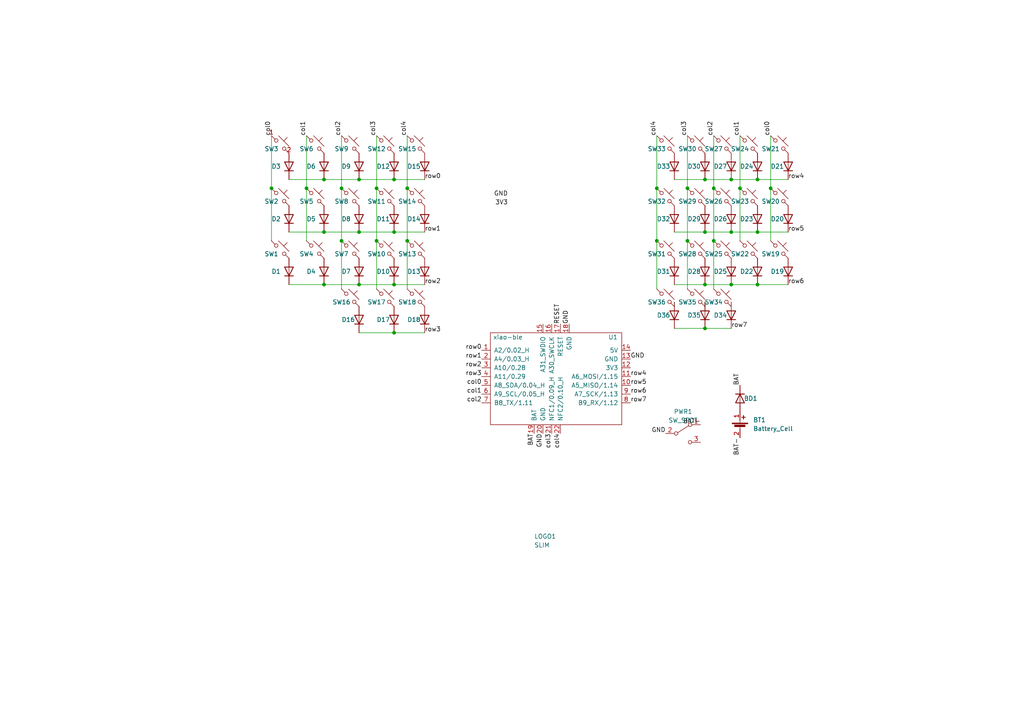
<source format=kicad_sch>
(kicad_sch (version 20230121) (generator eeschema)

  (uuid bcf08c00-9729-48c6-a1d1-fd61a92f814c)

  (paper "A4")

  (lib_symbols
    (symbol "Device:Battery_Cell" (pin_names (offset 0) hide) (in_bom yes) (on_board yes)
      (property "Reference" "BT" (at 2.54 2.54 0)
        (effects (font (size 1.27 1.27)) (justify left))
      )
      (property "Value" "Battery_Cell" (at 2.54 0 0)
        (effects (font (size 1.27 1.27)) (justify left))
      )
      (property "Footprint" "" (at 0 1.524 90)
        (effects (font (size 1.27 1.27)) hide)
      )
      (property "Datasheet" "~" (at 0 1.524 90)
        (effects (font (size 1.27 1.27)) hide)
      )
      (property "ki_keywords" "battery cell" (at 0 0 0)
        (effects (font (size 1.27 1.27)) hide)
      )
      (property "ki_description" "Single-cell battery" (at 0 0 0)
        (effects (font (size 1.27 1.27)) hide)
      )
      (symbol "Battery_Cell_0_1"
        (rectangle (start -2.286 1.778) (end 2.286 1.524)
          (stroke (width 0) (type default))
          (fill (type outline))
        )
        (rectangle (start -1.5748 1.1938) (end 1.4732 0.6858)
          (stroke (width 0) (type default))
          (fill (type outline))
        )
        (polyline
          (pts
            (xy 0 0.762)
            (xy 0 0)
          )
          (stroke (width 0) (type default))
          (fill (type none))
        )
        (polyline
          (pts
            (xy 0 1.778)
            (xy 0 2.54)
          )
          (stroke (width 0) (type default))
          (fill (type none))
        )
        (polyline
          (pts
            (xy 0.508 3.429)
            (xy 1.524 3.429)
          )
          (stroke (width 0.254) (type default))
          (fill (type none))
        )
        (polyline
          (pts
            (xy 1.016 3.937)
            (xy 1.016 2.921)
          )
          (stroke (width 0.254) (type default))
          (fill (type none))
        )
      )
      (symbol "Battery_Cell_1_1"
        (pin passive line (at 0 5.08 270) (length 2.54)
          (name "+" (effects (font (size 1.27 1.27))))
          (number "1" (effects (font (size 1.27 1.27))))
        )
        (pin passive line (at 0 -2.54 90) (length 2.54)
          (name "-" (effects (font (size 1.27 1.27))))
          (number "2" (effects (font (size 1.27 1.27))))
        )
      )
    )
    (symbol "Diode:1N4148W" (pin_numbers hide) (pin_names hide) (in_bom yes) (on_board yes)
      (property "Reference" "D" (at 0 2.54 0)
        (effects (font (size 1.27 1.27)))
      )
      (property "Value" "1N4148W" (at 0 -2.54 0)
        (effects (font (size 1.27 1.27)))
      )
      (property "Footprint" "Diode_SMD:D_SOD-123" (at 0 -4.445 0)
        (effects (font (size 1.27 1.27)) hide)
      )
      (property "Datasheet" "https://www.vishay.com/docs/85748/1n4148w.pdf" (at 0 0 0)
        (effects (font (size 1.27 1.27)) hide)
      )
      (property "Sim.Device" "D" (at 0 0 0)
        (effects (font (size 1.27 1.27)) hide)
      )
      (property "Sim.Pins" "1=K 2=A" (at 0 0 0)
        (effects (font (size 1.27 1.27)) hide)
      )
      (property "ki_keywords" "diode" (at 0 0 0)
        (effects (font (size 1.27 1.27)) hide)
      )
      (property "ki_description" "75V 0.15A Fast Switching Diode, SOD-123" (at 0 0 0)
        (effects (font (size 1.27 1.27)) hide)
      )
      (property "ki_fp_filters" "D*SOD?123*" (at 0 0 0)
        (effects (font (size 1.27 1.27)) hide)
      )
      (symbol "1N4148W_0_1"
        (polyline
          (pts
            (xy -1.27 1.27)
            (xy -1.27 -1.27)
          )
          (stroke (width 0.254) (type default))
          (fill (type none))
        )
        (polyline
          (pts
            (xy 1.27 0)
            (xy -1.27 0)
          )
          (stroke (width 0) (type default))
          (fill (type none))
        )
        (polyline
          (pts
            (xy 1.27 1.27)
            (xy 1.27 -1.27)
            (xy -1.27 0)
            (xy 1.27 1.27)
          )
          (stroke (width 0.254) (type default))
          (fill (type none))
        )
      )
      (symbol "1N4148W_1_1"
        (pin passive line (at -3.81 0 0) (length 2.54)
          (name "K" (effects (font (size 1.27 1.27))))
          (number "1" (effects (font (size 1.27 1.27))))
        )
        (pin passive line (at 3.81 0 180) (length 2.54)
          (name "A" (effects (font (size 1.27 1.27))))
          (number "2" (effects (font (size 1.27 1.27))))
        )
      )
    )
    (symbol "SW_Push_45deg_1" (pin_names (offset 1.016) hide) (in_bom yes) (on_board yes)
      (property "Reference" "SW" (at 3.048 1.016 0)
        (effects (font (size 1.27 1.27)) (justify left))
      )
      (property "Value" "SW_Push_45deg" (at 0 -3.81 0)
        (effects (font (size 1.27 1.27)))
      )
      (property "Footprint" "" (at 0 0 0)
        (effects (font (size 1.27 1.27)) hide)
      )
      (property "Datasheet" "~" (at 0 0 0)
        (effects (font (size 1.27 1.27)) hide)
      )
      (property "ki_keywords" "switch normally-open pushbutton push-button" (at 0 0 0)
        (effects (font (size 1.27 1.27)) hide)
      )
      (property "ki_description" "Push button switch, normally open, two pins, 45° tilted" (at 0 0 0)
        (effects (font (size 1.27 1.27)) hide)
      )
      (symbol "SW_Push_45deg_1_0_1"
        (circle (center -1.1684 1.1684) (radius 0.508)
          (stroke (width 0) (type default))
          (fill (type none))
        )
        (polyline
          (pts
            (xy -0.508 2.54)
            (xy 2.54 -0.508)
          )
          (stroke (width 0) (type default))
          (fill (type none))
        )
        (polyline
          (pts
            (xy 1.016 1.016)
            (xy 2.032 2.032)
          )
          (stroke (width 0) (type default))
          (fill (type none))
        )
        (polyline
          (pts
            (xy -2.54 2.54)
            (xy -1.524 1.524)
            (xy -1.524 1.524)
          )
          (stroke (width 0) (type default))
          (fill (type none))
        )
        (polyline
          (pts
            (xy 1.524 -1.524)
            (xy 2.54 -2.54)
            (xy 2.54 -2.54)
            (xy 2.54 -2.54)
          )
          (stroke (width 0) (type default))
          (fill (type none))
        )
        (circle (center 1.143 -1.1938) (radius 0.508)
          (stroke (width 0) (type default))
          (fill (type none))
        )
        (pin passive line (at -2.54 2.54 0) (length 0)
          (name "1" (effects (font (size 1.27 1.27))))
          (number "1" (effects (font (size 1.27 1.27))))
        )
        (pin passive line (at 2.54 -2.54 180) (length 0)
          (name "2" (effects (font (size 1.27 1.27))))
          (number "2" (effects (font (size 1.27 1.27))))
        )
      )
    )
    (symbol "Switch:SW_Push_45deg" (pin_numbers hide) (pin_names (offset 1.016) hide) (in_bom yes) (on_board yes)
      (property "Reference" "SW" (at 3.048 1.016 0)
        (effects (font (size 1.27 1.27)) (justify left))
      )
      (property "Value" "SW_Push_45deg" (at 0 -3.81 0)
        (effects (font (size 1.27 1.27)))
      )
      (property "Footprint" "" (at 0 0 0)
        (effects (font (size 1.27 1.27)) hide)
      )
      (property "Datasheet" "~" (at 0 0 0)
        (effects (font (size 1.27 1.27)) hide)
      )
      (property "ki_keywords" "switch normally-open pushbutton push-button" (at 0 0 0)
        (effects (font (size 1.27 1.27)) hide)
      )
      (property "ki_description" "Push button switch, normally open, two pins, 45° tilted" (at 0 0 0)
        (effects (font (size 1.27 1.27)) hide)
      )
      (symbol "SW_Push_45deg_0_1"
        (circle (center -1.1684 1.1684) (radius 0.508)
          (stroke (width 0) (type default))
          (fill (type none))
        )
        (polyline
          (pts
            (xy -0.508 2.54)
            (xy 2.54 -0.508)
          )
          (stroke (width 0) (type default))
          (fill (type none))
        )
        (polyline
          (pts
            (xy 1.016 1.016)
            (xy 2.032 2.032)
          )
          (stroke (width 0) (type default))
          (fill (type none))
        )
        (polyline
          (pts
            (xy -2.54 2.54)
            (xy -1.524 1.524)
            (xy -1.524 1.524)
          )
          (stroke (width 0) (type default))
          (fill (type none))
        )
        (polyline
          (pts
            (xy 1.524 -1.524)
            (xy 2.54 -2.54)
            (xy 2.54 -2.54)
            (xy 2.54 -2.54)
          )
          (stroke (width 0) (type default))
          (fill (type none))
        )
        (circle (center 1.143 -1.1938) (radius 0.508)
          (stroke (width 0) (type default))
          (fill (type none))
        )
        (pin passive line (at -2.54 2.54 0) (length 0)
          (name "1" (effects (font (size 1.27 1.27))))
          (number "1" (effects (font (size 1.27 1.27))))
        )
        (pin passive line (at 2.54 -2.54 180) (length 0)
          (name "2" (effects (font (size 1.27 1.27))))
          (number "2" (effects (font (size 1.27 1.27))))
        )
      )
    )
    (symbol "Switch:SW_SPDT" (pin_names (offset 0) hide) (in_bom yes) (on_board yes)
      (property "Reference" "SW" (at 0 4.318 0)
        (effects (font (size 1.27 1.27)))
      )
      (property "Value" "SW_SPDT" (at 0 -5.08 0)
        (effects (font (size 1.27 1.27)))
      )
      (property "Footprint" "" (at 0 0 0)
        (effects (font (size 1.27 1.27)) hide)
      )
      (property "Datasheet" "~" (at 0 0 0)
        (effects (font (size 1.27 1.27)) hide)
      )
      (property "ki_keywords" "switch single-pole double-throw spdt ON-ON" (at 0 0 0)
        (effects (font (size 1.27 1.27)) hide)
      )
      (property "ki_description" "Switch, single pole double throw" (at 0 0 0)
        (effects (font (size 1.27 1.27)) hide)
      )
      (symbol "SW_SPDT_0_0"
        (circle (center -2.032 0) (radius 0.508)
          (stroke (width 0) (type default))
          (fill (type none))
        )
        (circle (center 2.032 -2.54) (radius 0.508)
          (stroke (width 0) (type default))
          (fill (type none))
        )
      )
      (symbol "SW_SPDT_0_1"
        (polyline
          (pts
            (xy -1.524 0.254)
            (xy 1.651 2.286)
          )
          (stroke (width 0) (type default))
          (fill (type none))
        )
        (circle (center 2.032 2.54) (radius 0.508)
          (stroke (width 0) (type default))
          (fill (type none))
        )
      )
      (symbol "SW_SPDT_1_1"
        (pin passive line (at 5.08 2.54 180) (length 2.54)
          (name "A" (effects (font (size 1.27 1.27))))
          (number "1" (effects (font (size 1.27 1.27))))
        )
        (pin passive line (at -5.08 0 0) (length 2.54)
          (name "B" (effects (font (size 1.27 1.27))))
          (number "2" (effects (font (size 1.27 1.27))))
        )
        (pin passive line (at 5.08 -2.54 180) (length 2.54)
          (name "C" (effects (font (size 1.27 1.27))))
          (number "3" (effects (font (size 1.27 1.27))))
        )
      )
    )
    (symbol "hazel:placeholder" (pin_numbers hide) (pin_names (offset 0) hide) (in_bom yes) (on_board yes)
      (property "Reference" "PH" (at 0 -2.54 0)
        (effects (font (size 1.27 1.27)))
      )
      (property "Value" "placeholder" (at 0 0 0)
        (effects (font (size 1.27 1.27)))
      )
      (property "Footprint" "" (at 0 0 0)
        (effects (font (size 1.27 1.27)) hide)
      )
      (property "Datasheet" "" (at 0 0 0)
        (effects (font (size 1.27 1.27)) hide)
      )
    )
    (symbol "mcu:xiao-ble" (pin_names (offset 1.016)) (in_bom yes) (on_board yes)
      (property "Reference" "U" (at -17.78 16.51 0)
        (effects (font (size 1.27 1.27)))
      )
      (property "Value" "xiao-ble" (at -15.24 13.97 0)
        (effects (font (size 1.27 1.27)))
      )
      (property "Footprint" "" (at -7.62 5.08 0)
        (effects (font (size 1.27 1.27)) hide)
      )
      (property "Datasheet" "" (at -7.62 5.08 0)
        (effects (font (size 1.27 1.27)) hide)
      )
      (symbol "xiao-ble_0_1"
        (rectangle (start -19.05 12.7) (end 19.05 -13.97)
          (stroke (width 0) (type default))
          (fill (type none))
        )
      )
      (symbol "xiao-ble_1_1"
        (pin bidirectional line (at -21.59 7.62 0) (length 2.54)
          (name "A2/0.02_H" (effects (font (size 1.27 1.27))))
          (number "1" (effects (font (size 1.27 1.27))))
        )
        (pin bidirectional line (at 21.59 -2.54 180) (length 2.54)
          (name "A5_MISO/1.14" (effects (font (size 1.27 1.27))))
          (number "10" (effects (font (size 1.27 1.27))))
        )
        (pin bidirectional line (at 21.59 0 180) (length 2.54)
          (name "A6_MOSI/1.15" (effects (font (size 1.27 1.27))))
          (number "11" (effects (font (size 1.27 1.27))))
        )
        (pin power_out line (at 21.59 2.54 180) (length 2.54)
          (name "3V3" (effects (font (size 1.27 1.27))))
          (number "12" (effects (font (size 1.27 1.27))))
        )
        (pin power_out line (at 21.59 5.08 180) (length 2.54)
          (name "GND" (effects (font (size 1.27 1.27))))
          (number "13" (effects (font (size 1.27 1.27))))
        )
        (pin power_out line (at 21.59 7.62 180) (length 2.54)
          (name "5V" (effects (font (size 1.27 1.27))))
          (number "14" (effects (font (size 1.27 1.27))))
        )
        (pin input line (at -3.81 15.24 270) (length 2.54)
          (name "A31_SWDIO" (effects (font (size 1.27 1.27))))
          (number "15" (effects (font (size 1.27 1.27))))
        )
        (pin input line (at -1.27 15.24 270) (length 2.54)
          (name "A30_SWCLK" (effects (font (size 1.27 1.27))))
          (number "16" (effects (font (size 1.27 1.27))))
        )
        (pin input line (at 1.27 15.24 270) (length 2.54)
          (name "RESET" (effects (font (size 1.27 1.27))))
          (number "17" (effects (font (size 1.27 1.27))))
        )
        (pin power_out line (at 3.81 15.24 270) (length 2.54)
          (name "GND" (effects (font (size 1.27 1.27))))
          (number "18" (effects (font (size 1.27 1.27))))
        )
        (pin bidirectional line (at -6.35 -16.51 90) (length 2.54)
          (name "BAT" (effects (font (size 1.27 1.27))))
          (number "19" (effects (font (size 1.27 1.27))))
        )
        (pin bidirectional line (at -21.59 5.08 0) (length 2.54)
          (name "A4/0.03_H" (effects (font (size 1.27 1.27))))
          (number "2" (effects (font (size 1.27 1.27))))
        )
        (pin power_out line (at -3.81 -16.51 90) (length 2.54)
          (name "GND" (effects (font (size 1.27 1.27))))
          (number "20" (effects (font (size 1.27 1.27))))
        )
        (pin bidirectional line (at -1.27 -16.51 90) (length 2.54)
          (name "NFC1/0.09_H" (effects (font (size 1.27 1.27))))
          (number "21" (effects (font (size 1.27 1.27))))
        )
        (pin bidirectional line (at 1.27 -16.51 90) (length 2.54)
          (name "NFC2/0.10_H" (effects (font (size 1.27 1.27))))
          (number "22" (effects (font (size 1.27 1.27))))
        )
        (pin bidirectional line (at -21.59 2.54 0) (length 2.54)
          (name "A10/0.28" (effects (font (size 1.27 1.27))))
          (number "3" (effects (font (size 1.27 1.27))))
        )
        (pin bidirectional line (at -21.59 0 0) (length 2.54)
          (name "A11/0.29" (effects (font (size 1.27 1.27))))
          (number "4" (effects (font (size 1.27 1.27))))
        )
        (pin bidirectional line (at -21.59 -2.54 0) (length 2.54)
          (name "A8_SDA/0.04_H" (effects (font (size 1.27 1.27))))
          (number "5" (effects (font (size 1.27 1.27))))
        )
        (pin bidirectional line (at -21.59 -5.08 0) (length 2.54)
          (name "A9_SCL/0.05_H" (effects (font (size 1.27 1.27))))
          (number "6" (effects (font (size 1.27 1.27))))
        )
        (pin bidirectional line (at -21.59 -7.62 0) (length 2.54)
          (name "B8_TX/1.11" (effects (font (size 1.27 1.27))))
          (number "7" (effects (font (size 1.27 1.27))))
        )
        (pin bidirectional line (at 21.59 -7.62 180) (length 2.54)
          (name "B9_RX/1.12" (effects (font (size 1.27 1.27))))
          (number "8" (effects (font (size 1.27 1.27))))
        )
        (pin bidirectional line (at 21.59 -5.08 180) (length 2.54)
          (name "A7_SCK/1.13" (effects (font (size 1.27 1.27))))
          (number "9" (effects (font (size 1.27 1.27))))
        )
      )
    )
  )

  (junction (at 204.47 67.31) (diameter 0) (color 0 0 0 0)
    (uuid 0e4ad759-c158-4c65-9f54-c9b34ace884f)
  )
  (junction (at 78.74 54.61) (diameter 0) (color 0 0 0 0)
    (uuid 1497568a-ad26-4e81-b4c7-15b870a0a338)
  )
  (junction (at 207.01 54.61) (diameter 0) (color 0 0 0 0)
    (uuid 153dc38d-afab-410b-b1ec-fda8f60d63ec)
  )
  (junction (at 190.5 69.85) (diameter 0) (color 0 0 0 0)
    (uuid 1f32fe66-6191-4f19-9d34-b61d59aa1207)
  )
  (junction (at 114.3 67.31) (diameter 0) (color 0 0 0 0)
    (uuid 21226a3f-d7e8-4d27-9165-e0903ae21d4a)
  )
  (junction (at 118.11 54.61) (diameter 0) (color 0 0 0 0)
    (uuid 21e7e152-d6c1-4190-8b27-269871d89788)
  )
  (junction (at 212.09 52.07) (diameter 0) (color 0 0 0 0)
    (uuid 239cd2a9-3bcd-4655-8a93-c5e5e885e34b)
  )
  (junction (at 99.06 69.85) (diameter 0) (color 0 0 0 0)
    (uuid 28d46e61-0a6d-4ea3-aec5-f25386537329)
  )
  (junction (at 93.98 67.31) (diameter 0) (color 0 0 0 0)
    (uuid 3cab840a-ace8-4014-ac39-75206cc8b213)
  )
  (junction (at 214.63 54.61) (diameter 0) (color 0 0 0 0)
    (uuid 4066553d-d809-4d81-a46d-6bc8117aa89d)
  )
  (junction (at 114.3 52.07) (diameter 0) (color 0 0 0 0)
    (uuid 449a1ff6-2b85-42b0-a356-470109e25927)
  )
  (junction (at 204.47 95.25) (diameter 0) (color 0 0 0 0)
    (uuid 52a81402-c4e9-4c10-b9c8-30fc47ae498f)
  )
  (junction (at 109.22 69.85) (diameter 0) (color 0 0 0 0)
    (uuid 56bf40ab-b314-43c9-ac35-cef2f5bb9ee2)
  )
  (junction (at 104.14 52.07) (diameter 0) (color 0 0 0 0)
    (uuid 6dc22463-35aa-4f76-8508-14c00e77d768)
  )
  (junction (at 190.5 54.61) (diameter 0) (color 0 0 0 0)
    (uuid 71952ec6-534a-47f3-bc87-78f31a015692)
  )
  (junction (at 199.39 54.61) (diameter 0) (color 0 0 0 0)
    (uuid 71963227-b769-47c2-89a3-c58b17293e71)
  )
  (junction (at 204.47 82.55) (diameter 0) (color 0 0 0 0)
    (uuid 7a363c01-0194-441c-9916-45bd776d26f1)
  )
  (junction (at 93.98 52.07) (diameter 0) (color 0 0 0 0)
    (uuid 7f78082e-b990-44b5-b4e7-824a3cea8efc)
  )
  (junction (at 88.9 54.61) (diameter 0) (color 0 0 0 0)
    (uuid 7fe070a5-747c-4077-b35a-5bb48b927996)
  )
  (junction (at 212.09 82.55) (diameter 0) (color 0 0 0 0)
    (uuid 847f5afd-d525-4e1f-9a9d-8d4aa8dff671)
  )
  (junction (at 118.11 69.85) (diameter 0) (color 0 0 0 0)
    (uuid 88d6efd0-dded-492a-8b47-70cd89b53de8)
  )
  (junction (at 114.3 82.55) (diameter 0) (color 0 0 0 0)
    (uuid 8c33959c-34f0-40bb-94d1-6ef8ad33cec4)
  )
  (junction (at 219.71 67.31) (diameter 0) (color 0 0 0 0)
    (uuid 95b1f511-cbca-481a-be88-e3491781ff72)
  )
  (junction (at 109.22 54.61) (diameter 0) (color 0 0 0 0)
    (uuid 9661aef0-2b88-470f-b33f-98214ec309a2)
  )
  (junction (at 204.47 52.07) (diameter 0) (color 0 0 0 0)
    (uuid 98c16fca-7ed4-4248-a1ee-39bd26d0df7d)
  )
  (junction (at 219.71 52.07) (diameter 0) (color 0 0 0 0)
    (uuid a4dbca37-17ac-4fff-b3fd-d4963c01b5c2)
  )
  (junction (at 219.71 82.55) (diameter 0) (color 0 0 0 0)
    (uuid a5c5fc69-cf3b-44ed-8d86-24a56580c264)
  )
  (junction (at 99.06 54.61) (diameter 0) (color 0 0 0 0)
    (uuid ad81394b-f62d-4c23-ad24-bd2f3d71bf19)
  )
  (junction (at 104.14 67.31) (diameter 0) (color 0 0 0 0)
    (uuid b93d3130-f403-4ac3-89db-6f06d2a05508)
  )
  (junction (at 199.39 69.85) (diameter 0) (color 0 0 0 0)
    (uuid d1460c17-56b6-4f02-b4a9-dbd8cddbf4c5)
  )
  (junction (at 223.52 54.61) (diameter 0) (color 0 0 0 0)
    (uuid d480f1e1-4bc1-43fb-9561-328c7bd4b7b7)
  )
  (junction (at 114.3 96.52) (diameter 0) (color 0 0 0 0)
    (uuid d8d7e585-fad5-418e-acbe-93a21ef788c1)
  )
  (junction (at 212.09 67.31) (diameter 0) (color 0 0 0 0)
    (uuid ddac16fb-dc6c-42b7-baf0-1bb163102b86)
  )
  (junction (at 104.14 82.55) (diameter 0) (color 0 0 0 0)
    (uuid e8c88185-2816-443a-8156-45238196219f)
  )
  (junction (at 93.98 82.55) (diameter 0) (color 0 0 0 0)
    (uuid f76d25b2-9d64-42f9-a3ff-470d95477205)
  )
  (junction (at 207.01 69.85) (diameter 0) (color 0 0 0 0)
    (uuid feb6758a-b858-48c5-93dd-97a00e48c4bc)
  )

  (wire (pts (xy 199.39 39.37) (xy 199.39 54.61))
    (stroke (width 0) (type default))
    (uuid 08364a7a-f00e-4d22-8b38-f9e8a2507498)
  )
  (wire (pts (xy 204.47 95.25) (xy 212.09 95.25))
    (stroke (width 0) (type default))
    (uuid 08e03a45-d2b0-4509-937b-c9ab7fb327e8)
  )
  (wire (pts (xy 78.74 39.37) (xy 78.74 54.61))
    (stroke (width 0) (type default))
    (uuid 0b455500-0340-4c3b-ab9a-9e359f7da105)
  )
  (wire (pts (xy 88.9 54.61) (xy 88.9 69.85))
    (stroke (width 0) (type default))
    (uuid 0ea91355-78c8-480d-9d6a-789584f36c1b)
  )
  (wire (pts (xy 109.22 54.61) (xy 109.22 69.85))
    (stroke (width 0) (type default))
    (uuid 0f3b83fc-63a2-4bd8-ad6c-51a226ca9c5a)
  )
  (wire (pts (xy 78.74 54.61) (xy 78.74 69.85))
    (stroke (width 0) (type default))
    (uuid 10299e8d-ba22-46bd-ba02-b3f6b08b85e6)
  )
  (wire (pts (xy 190.5 69.85) (xy 190.5 83.82))
    (stroke (width 0) (type default))
    (uuid 1518816f-31e2-444f-85e1-931739db31c7)
  )
  (wire (pts (xy 219.71 67.31) (xy 228.6 67.31))
    (stroke (width 0) (type default))
    (uuid 1ef8789d-9d4b-4b2b-b60f-4d24892224c5)
  )
  (wire (pts (xy 104.14 82.55) (xy 114.3 82.55))
    (stroke (width 0) (type default))
    (uuid 21d612da-7f2a-4c17-a92d-1e9eb5fe1b81)
  )
  (wire (pts (xy 207.01 69.85) (xy 207.01 83.82))
    (stroke (width 0) (type default))
    (uuid 2480cc1f-cda7-4ebe-b4f8-fcd7d3313015)
  )
  (wire (pts (xy 83.82 82.55) (xy 93.98 82.55))
    (stroke (width 0) (type default))
    (uuid 25246bba-7175-41c7-926e-6f863455d1e3)
  )
  (wire (pts (xy 207.01 39.37) (xy 207.01 54.61))
    (stroke (width 0) (type default))
    (uuid 2ce8e83a-7206-4ffe-87b4-5ac3c1a5709c)
  )
  (wire (pts (xy 99.06 69.85) (xy 99.06 83.82))
    (stroke (width 0) (type default))
    (uuid 32f11112-8a07-481b-bc9d-fdcd1b80f1c2)
  )
  (wire (pts (xy 204.47 67.31) (xy 212.09 67.31))
    (stroke (width 0) (type default))
    (uuid 346cfbd0-ffa9-40da-90e3-669b144995bd)
  )
  (wire (pts (xy 204.47 82.55) (xy 212.09 82.55))
    (stroke (width 0) (type default))
    (uuid 38c09461-ac27-46c8-b881-4282174858f5)
  )
  (wire (pts (xy 118.11 69.85) (xy 118.11 83.82))
    (stroke (width 0) (type default))
    (uuid 3a9fd9c9-9df1-47ee-9394-9118c65afc09)
  )
  (wire (pts (xy 195.58 88.9) (xy 195.58 87.63))
    (stroke (width 0) (type default))
    (uuid 3acaf96f-a2bf-4e65-ae5b-f2f49929cf7b)
  )
  (wire (pts (xy 219.71 52.07) (xy 228.6 52.07))
    (stroke (width 0) (type default))
    (uuid 54f33839-eda1-4e3c-8a19-a837a95c2435)
  )
  (wire (pts (xy 223.52 39.37) (xy 223.52 54.61))
    (stroke (width 0) (type default))
    (uuid 59d4c199-2cc1-4316-97d9-d3e567bb31ae)
  )
  (wire (pts (xy 195.58 67.31) (xy 204.47 67.31))
    (stroke (width 0) (type default))
    (uuid 5a82cee0-e6e6-460c-ab5b-6fbc1ff084dc)
  )
  (wire (pts (xy 104.14 96.52) (xy 114.3 96.52))
    (stroke (width 0) (type default))
    (uuid 5ae1ca5d-4f61-49fb-bf26-43dc12a691b9)
  )
  (wire (pts (xy 219.71 82.55) (xy 228.6 82.55))
    (stroke (width 0) (type default))
    (uuid 6185f88f-425c-46c7-a9ff-8326334e2d4e)
  )
  (wire (pts (xy 93.98 52.07) (xy 104.14 52.07))
    (stroke (width 0) (type default))
    (uuid 6f2ddfe4-6bc9-4bf0-aebe-fd69ab7d2ad8)
  )
  (wire (pts (xy 114.3 67.31) (xy 123.19 67.31))
    (stroke (width 0) (type default))
    (uuid 73b13f9e-5489-4e1d-9eff-1b5f4280eeaa)
  )
  (wire (pts (xy 109.22 69.85) (xy 109.22 83.82))
    (stroke (width 0) (type default))
    (uuid 786c9b69-4912-4430-9f4f-6d709581e3f7)
  )
  (wire (pts (xy 83.82 52.07) (xy 93.98 52.07))
    (stroke (width 0) (type default))
    (uuid 7a3fd639-e319-41a2-a1a2-c4065093e57e)
  )
  (wire (pts (xy 214.63 54.61) (xy 214.63 69.85))
    (stroke (width 0) (type default))
    (uuid 7c0c243c-b97f-423c-8232-fd61abf9ba96)
  )
  (wire (pts (xy 212.09 67.31) (xy 219.71 67.31))
    (stroke (width 0) (type default))
    (uuid 7c1de921-b096-4075-a468-f1ac17565d96)
  )
  (wire (pts (xy 204.47 88.9) (xy 204.47 87.63))
    (stroke (width 0) (type default))
    (uuid 7cfe2b27-d93b-472a-a915-96ab28985fa5)
  )
  (wire (pts (xy 109.22 39.37) (xy 109.22 54.61))
    (stroke (width 0) (type default))
    (uuid 7d992f1d-00e1-4c5e-a9b5-985edf0f15fd)
  )
  (wire (pts (xy 199.39 69.85) (xy 199.39 83.82))
    (stroke (width 0) (type default))
    (uuid 88b00197-9a60-4b07-a001-a4934451b53e)
  )
  (wire (pts (xy 93.98 82.55) (xy 104.14 82.55))
    (stroke (width 0) (type default))
    (uuid 892d694d-c978-4808-a04a-a4f7166d7bba)
  )
  (wire (pts (xy 195.58 82.55) (xy 204.47 82.55))
    (stroke (width 0) (type default))
    (uuid 8bcbbf57-0741-4089-b284-4542b9e456de)
  )
  (wire (pts (xy 93.98 67.31) (xy 104.14 67.31))
    (stroke (width 0) (type default))
    (uuid 8c18cce8-5e03-4dfb-9c9a-3a9219ae3580)
  )
  (wire (pts (xy 199.39 54.61) (xy 199.39 69.85))
    (stroke (width 0) (type default))
    (uuid 9b455b7c-0108-4190-aa17-b131fed1fefd)
  )
  (wire (pts (xy 204.47 52.07) (xy 212.09 52.07))
    (stroke (width 0) (type default))
    (uuid a1825281-8c88-4ff4-be10-2095ecdbccf8)
  )
  (wire (pts (xy 195.58 52.07) (xy 204.47 52.07))
    (stroke (width 0) (type default))
    (uuid a7510be7-8557-4073-a544-f9abc134d9c6)
  )
  (wire (pts (xy 114.3 52.07) (xy 123.19 52.07))
    (stroke (width 0) (type default))
    (uuid a9dcd251-18a0-4724-b3fa-6babbab1b300)
  )
  (wire (pts (xy 118.11 39.37) (xy 118.11 54.61))
    (stroke (width 0) (type default))
    (uuid af8ce68b-8d44-4aae-9f16-1513c2d6dd66)
  )
  (wire (pts (xy 104.14 52.07) (xy 114.3 52.07))
    (stroke (width 0) (type default))
    (uuid b084c676-d955-47eb-bf6d-4cb40808999d)
  )
  (wire (pts (xy 214.63 39.37) (xy 214.63 54.61))
    (stroke (width 0) (type default))
    (uuid b0fea1e8-70e0-47b8-9cb0-cf43b9807490)
  )
  (wire (pts (xy 207.01 54.61) (xy 207.01 69.85))
    (stroke (width 0) (type default))
    (uuid b38eef05-3986-42cb-9a65-1ba5812a7f8e)
  )
  (wire (pts (xy 114.3 82.55) (xy 123.19 82.55))
    (stroke (width 0) (type default))
    (uuid b3e8eb59-dd38-4a35-a6b0-ba612ffdf65b)
  )
  (wire (pts (xy 212.09 52.07) (xy 219.71 52.07))
    (stroke (width 0) (type default))
    (uuid b481cd84-1d59-479b-a6de-b13b13191986)
  )
  (wire (pts (xy 88.9 39.37) (xy 88.9 54.61))
    (stroke (width 0) (type default))
    (uuid bd44bc95-020c-4a80-a919-b60268690c8b)
  )
  (wire (pts (xy 99.06 39.37) (xy 99.06 54.61))
    (stroke (width 0) (type default))
    (uuid c166ddcc-951e-4495-9c6a-d4a64af05863)
  )
  (wire (pts (xy 118.11 54.61) (xy 118.11 69.85))
    (stroke (width 0) (type default))
    (uuid c1e7e7ab-e132-4707-90ff-c97f817ea898)
  )
  (wire (pts (xy 195.58 95.25) (xy 204.47 95.25))
    (stroke (width 0) (type default))
    (uuid c84fe458-b112-432c-8fe7-d65dfde7657b)
  )
  (wire (pts (xy 190.5 39.37) (xy 190.5 54.61))
    (stroke (width 0) (type default))
    (uuid cba1f655-0b11-4f5f-ba7c-34978e749cbd)
  )
  (wire (pts (xy 83.82 67.31) (xy 93.98 67.31))
    (stroke (width 0) (type default))
    (uuid cfbd04c7-99a9-4d1f-b538-922e9b0475fa)
  )
  (wire (pts (xy 104.14 67.31) (xy 114.3 67.31))
    (stroke (width 0) (type default))
    (uuid d20fda9c-a1db-44a1-836a-e26836095fdd)
  )
  (wire (pts (xy 212.09 88.9) (xy 212.09 87.63))
    (stroke (width 0) (type default))
    (uuid e24f5f28-d456-473c-9321-7972886033df)
  )
  (wire (pts (xy 114.3 96.52) (xy 123.19 96.52))
    (stroke (width 0) (type default))
    (uuid f35afa12-6090-4dee-acbf-20e7f432ae25)
  )
  (wire (pts (xy 99.06 54.61) (xy 99.06 69.85))
    (stroke (width 0) (type default))
    (uuid f6ef4e05-0138-4dd1-8668-898a88891dd9)
  )
  (wire (pts (xy 212.09 82.55) (xy 219.71 82.55))
    (stroke (width 0) (type default))
    (uuid fa69eb65-06ba-4bee-b343-748816bf62a6)
  )
  (wire (pts (xy 190.5 54.61) (xy 190.5 69.85))
    (stroke (width 0) (type default))
    (uuid fb8df223-0534-4964-a8e7-30b63b5db5ec)
  )
  (wire (pts (xy 223.52 54.61) (xy 223.52 69.85))
    (stroke (width 0) (type default))
    (uuid fe42a05c-59a5-439d-a3db-c415eb99fd98)
  )

  (label "row7" (at 212.09 95.25 0) (fields_autoplaced)
    (effects (font (size 1.27 1.27)) (justify left bottom))
    (uuid 003e8c4b-1cee-4741-86d9-6a58412745ce)
  )
  (label "col1" (at 88.9 39.37 90) (fields_autoplaced)
    (effects (font (size 1.27 1.27)) (justify left bottom))
    (uuid 1114e8f7-30ae-46e0-a275-1c8e0ec2d8f9)
  )
  (label "GND" (at 147.32 57.15 180) (fields_autoplaced)
    (effects (font (size 1.27 1.27)) (justify right bottom))
    (uuid 15608477-7cd8-4d36-9126-2f2bbae43fc6)
  )
  (label "col3" (at 109.22 39.37 90) (fields_autoplaced)
    (effects (font (size 1.27 1.27)) (justify left bottom))
    (uuid 176fd0ba-dbaa-46b7-8522-385cd9fa79d7)
  )
  (label "row1" (at 123.19 67.31 0) (fields_autoplaced)
    (effects (font (size 1.27 1.27)) (justify left bottom))
    (uuid 205d61e6-d9e7-4763-bba8-5d1079d263c4)
  )
  (label "row5" (at 182.88 111.76 0) (fields_autoplaced)
    (effects (font (size 1.27 1.27)) (justify left bottom))
    (uuid 252bbd1b-8c20-403a-b24d-a912dbea9024)
  )
  (label "row1" (at 139.7 104.14 180) (fields_autoplaced)
    (effects (font (size 1.27 1.27)) (justify right bottom))
    (uuid 26c76b6e-045b-4770-b371-b34d611c011e)
  )
  (label "col1" (at 139.7 114.3 180) (fields_autoplaced)
    (effects (font (size 1.27 1.27)) (justify right bottom))
    (uuid 2746098e-e6af-45d9-be22-ce773bb83440)
  )
  (label "row0" (at 139.7 101.6 180) (fields_autoplaced)
    (effects (font (size 1.27 1.27)) (justify right bottom))
    (uuid 2f79a550-b6c0-46bc-b93a-773e61f48b36)
  )
  (label "row4" (at 228.6 52.07 0) (fields_autoplaced)
    (effects (font (size 1.27 1.27)) (justify left bottom))
    (uuid 306bfbe9-0f74-4563-8c39-0fd0e3eb2e1c)
  )
  (label "RESET" (at 162.56 93.98 90) (fields_autoplaced)
    (effects (font (size 1.27 1.27)) (justify left bottom))
    (uuid 329e601e-102b-47d7-8d5f-f0a9bf701f4b)
  )
  (label "BAT-" (at 203.2 123.19 180) (fields_autoplaced)
    (effects (font (size 1.27 1.27)) (justify right bottom))
    (uuid 3f44a410-fe97-496f-a802-784467eb6fcf)
  )
  (label "row6" (at 182.88 114.3 0) (fields_autoplaced)
    (effects (font (size 1.27 1.27)) (justify left bottom))
    (uuid 4faf3e34-606d-47df-b4b4-2cb8e873c4f1)
  )
  (label "col4" (at 118.11 39.37 90) (fields_autoplaced)
    (effects (font (size 1.27 1.27)) (justify left bottom))
    (uuid 5153d470-f051-4eb1-8b60-a44680b8ddb1)
  )
  (label "GND" (at 193.04 125.73 180) (fields_autoplaced)
    (effects (font (size 1.27 1.27)) (justify right bottom))
    (uuid 55f6ff50-7a9c-47d8-a6c6-7a28153bfd93)
  )
  (label "col3" (at 199.39 39.37 90) (fields_autoplaced)
    (effects (font (size 1.27 1.27)) (justify left bottom))
    (uuid 56ef746d-c4f0-4391-81c7-c3bc6a26f18a)
  )
  (label "GND" (at 182.88 104.14 0) (fields_autoplaced)
    (effects (font (size 1.27 1.27)) (justify left bottom))
    (uuid 64fb3824-2757-4b20-af69-08f103f68be2)
  )
  (label "BAT" (at 214.63 111.76 90) (fields_autoplaced)
    (effects (font (size 1.27 1.27)) (justify left bottom))
    (uuid 66343576-639e-43e5-a849-0e76a843e609)
  )
  (label "col2" (at 139.7 116.84 180) (fields_autoplaced)
    (effects (font (size 1.27 1.27)) (justify right bottom))
    (uuid 6879a0fd-417f-46bb-8789-a14aee567c77)
  )
  (label "GND" (at 157.48 125.73 270) (fields_autoplaced)
    (effects (font (size 1.27 1.27)) (justify right bottom))
    (uuid 6b9f86c3-4e1b-4adc-89d0-69c0cff1a600)
  )
  (label "row3" (at 139.7 109.22 180) (fields_autoplaced)
    (effects (font (size 1.27 1.27)) (justify right bottom))
    (uuid 6ef2c387-3323-4a01-8189-dd29c16e0aeb)
  )
  (label "col0" (at 223.52 39.37 90) (fields_autoplaced)
    (effects (font (size 1.27 1.27)) (justify left bottom))
    (uuid 7044a42e-0c6a-4bbe-b0b6-4fdfa0ef129f)
  )
  (label "row7" (at 182.88 116.84 0) (fields_autoplaced)
    (effects (font (size 1.27 1.27)) (justify left bottom))
    (uuid 716597a2-36c1-4561-b96a-094a1c917bb2)
  )
  (label "col1" (at 214.63 39.37 90) (fields_autoplaced)
    (effects (font (size 1.27 1.27)) (justify left bottom))
    (uuid 7f915715-79eb-43bd-bb8c-efb3225b71ae)
  )
  (label "col4" (at 190.5 39.37 90) (fields_autoplaced)
    (effects (font (size 1.27 1.27)) (justify left bottom))
    (uuid 83a44ed7-1688-4f28-860d-e06e5a4fa69f)
  )
  (label "col0" (at 78.74 39.37 90) (fields_autoplaced)
    (effects (font (size 1.27 1.27)) (justify left bottom))
    (uuid 83facf3e-d23a-41c1-994d-16ef50c5c7de)
  )
  (label "3V3" (at 147.32 59.69 180) (fields_autoplaced)
    (effects (font (size 1.27 1.27)) (justify right bottom))
    (uuid 8a1f94cc-9184-4de4-a0de-59b5924a695a)
  )
  (label "row3" (at 123.19 96.52 0) (fields_autoplaced)
    (effects (font (size 1.27 1.27)) (justify left bottom))
    (uuid 8f37f10d-362f-4703-a6ca-4cd38490b510)
  )
  (label "row2" (at 139.7 106.68 180) (fields_autoplaced)
    (effects (font (size 1.27 1.27)) (justify right bottom))
    (uuid 95e8d257-f199-4054-be84-08a5312dddee)
  )
  (label "BAT" (at 154.94 125.73 270) (fields_autoplaced)
    (effects (font (size 1.27 1.27)) (justify right bottom))
    (uuid 97475a1c-8dcc-4acd-8b0a-cdfd8a149e84)
  )
  (label "row6" (at 228.6 82.55 0) (fields_autoplaced)
    (effects (font (size 1.27 1.27)) (justify left bottom))
    (uuid 9a2fcc94-2214-41d1-88c4-bf56c7ea9a48)
  )
  (label "row0" (at 123.19 52.07 0) (fields_autoplaced)
    (effects (font (size 1.27 1.27)) (justify left bottom))
    (uuid 9df4ab00-3676-4a6b-9fd5-69d1d125e7c0)
  )
  (label "row4" (at 182.88 109.22 0) (fields_autoplaced)
    (effects (font (size 1.27 1.27)) (justify left bottom))
    (uuid ae55df0a-b0ad-4d67-aaeb-d0a66174088c)
  )
  (label "col3" (at 160.02 125.73 270) (fields_autoplaced)
    (effects (font (size 1.27 1.27)) (justify right bottom))
    (uuid b388fecf-e5e7-4d77-ae94-f708877df15d)
  )
  (label "row5" (at 228.6 67.31 0) (fields_autoplaced)
    (effects (font (size 1.27 1.27)) (justify left bottom))
    (uuid ba52fac4-bc86-4673-84bb-08509c00c789)
  )
  (label "col4" (at 162.56 125.73 270) (fields_autoplaced)
    (effects (font (size 1.27 1.27)) (justify right bottom))
    (uuid bc7a6665-5823-47db-9e22-ce447f19f1e9)
  )
  (label "row2" (at 123.19 82.55 0) (fields_autoplaced)
    (effects (font (size 1.27 1.27)) (justify left bottom))
    (uuid bee62025-6f2f-45fd-8e39-0429c3263724)
  )
  (label "col2" (at 99.06 39.37 90) (fields_autoplaced)
    (effects (font (size 1.27 1.27)) (justify left bottom))
    (uuid cbff24db-517b-427f-9231-977c08f2bfbe)
  )
  (label "col0" (at 139.7 111.76 180) (fields_autoplaced)
    (effects (font (size 1.27 1.27)) (justify right bottom))
    (uuid dcbfb85c-7b18-4425-99ea-7e3c72c28bc2)
  )
  (label "GND" (at 165.1 93.98 90) (fields_autoplaced)
    (effects (font (size 1.27 1.27)) (justify left bottom))
    (uuid dd27228e-c7ce-43f4-8871-39522403db51)
  )
  (label "BAT-" (at 214.63 127 270) (fields_autoplaced)
    (effects (font (size 1.27 1.27)) (justify right bottom))
    (uuid e5226397-0386-4f78-bfdf-b58270d3176a)
  )
  (label "col2" (at 207.01 39.37 90) (fields_autoplaced)
    (effects (font (size 1.27 1.27)) (justify left bottom))
    (uuid eb501e19-a904-46e1-a5e6-fb7ff85b6a6d)
  )

  (symbol (lib_id "Diode:1N4148W") (at 123.19 78.74 90) (unit 1)
    (in_bom yes) (on_board yes) (dnp no)
    (uuid 04ceb696-9153-4b9d-8c0f-35bf6beaefdc)
    (property "Reference" "D13" (at 118.11 78.74 90)
      (effects (font (size 1.27 1.27)) (justify right))
    )
    (property "Value" "1N4148W" (at 125.73 80.645 90)
      (effects (font (size 1.27 1.27)) (justify right) hide)
    )
    (property "Footprint" "0-badwings:D_SOD-123" (at 127.635 78.74 0)
      (effects (font (size 1.27 1.27)) hide)
    )
    (property "Datasheet" "https://www.vishay.com/docs/85748/1n4148w.pdf" (at 123.19 78.74 0)
      (effects (font (size 1.27 1.27)) hide)
    )
    (property "Sim.Device" "D" (at 123.19 78.74 0)
      (effects (font (size 1.27 1.27)) hide)
    )
    (property "Sim.Pins" "1=K 2=A" (at 123.19 78.74 0)
      (effects (font (size 1.27 1.27)) hide)
    )
    (pin "1" (uuid 7440a542-0197-466d-a61e-d6934d513b17))
    (pin "2" (uuid 21b40e35-5c65-405e-b5c2-20a2e0e8ba6e))
    (instances
      (project "bad_wings_thin"
        (path "/bcf08c00-9729-48c6-a1d1-fd61a92f814c"
          (reference "D13") (unit 1)
        )
      )
    )
  )

  (symbol (lib_id "Diode:1N4148W") (at 204.47 48.26 90) (unit 1)
    (in_bom yes) (on_board yes) (dnp no)
    (uuid 09d8898f-8469-4ba0-a88c-67123d96d8e6)
    (property "Reference" "D30" (at 199.39 48.26 90)
      (effects (font (size 1.27 1.27)) (justify right))
    )
    (property "Value" "1N4148W" (at 207.01 50.165 90)
      (effects (font (size 1.27 1.27)) (justify right) hide)
    )
    (property "Footprint" "0-badwings:D_SOD-123" (at 208.915 48.26 0)
      (effects (font (size 1.27 1.27)) hide)
    )
    (property "Datasheet" "https://www.vishay.com/docs/85748/1n4148w.pdf" (at 204.47 48.26 0)
      (effects (font (size 1.27 1.27)) hide)
    )
    (property "Sim.Device" "D" (at 204.47 48.26 0)
      (effects (font (size 1.27 1.27)) hide)
    )
    (property "Sim.Pins" "1=K 2=A" (at 204.47 48.26 0)
      (effects (font (size 1.27 1.27)) hide)
    )
    (pin "1" (uuid fb16780d-2b01-486f-a0f5-572daea61a5e))
    (pin "2" (uuid a26a2187-b73a-44eb-848d-5a05bab1e2aa))
    (instances
      (project "bad_wings_thin"
        (path "/bcf08c00-9729-48c6-a1d1-fd61a92f814c"
          (reference "D30") (unit 1)
        )
      )
    )
  )

  (symbol (lib_id "Diode:1N4148W") (at 212.09 91.44 90) (unit 1)
    (in_bom yes) (on_board yes) (dnp no)
    (uuid 0adb9b2f-4c6a-444a-879a-5b16b8ac4cc7)
    (property "Reference" "D34" (at 207.01 91.44 90)
      (effects (font (size 1.27 1.27)) (justify right))
    )
    (property "Value" "1N4148W" (at 214.63 93.345 90)
      (effects (font (size 1.27 1.27)) (justify right) hide)
    )
    (property "Footprint" "0-badwings:D_SOD-123" (at 216.535 91.44 0)
      (effects (font (size 1.27 1.27)) hide)
    )
    (property "Datasheet" "https://www.vishay.com/docs/85748/1n4148w.pdf" (at 212.09 91.44 0)
      (effects (font (size 1.27 1.27)) hide)
    )
    (property "Sim.Device" "D" (at 212.09 91.44 0)
      (effects (font (size 1.27 1.27)) hide)
    )
    (property "Sim.Pins" "1=K 2=A" (at 212.09 91.44 0)
      (effects (font (size 1.27 1.27)) hide)
    )
    (pin "1" (uuid 152fe261-f419-4cb4-a5eb-f4c2398c889e))
    (pin "2" (uuid ed3af1f3-bf8c-47c7-8ed8-bb6e29edbfa0))
    (instances
      (project "bad_wings_thin"
        (path "/bcf08c00-9729-48c6-a1d1-fd61a92f814c"
          (reference "D34") (unit 1)
        )
      )
    )
  )

  (symbol (lib_id "Diode:1N4148W") (at 83.82 48.26 90) (unit 1)
    (in_bom yes) (on_board yes) (dnp no)
    (uuid 0d848879-c44f-4ce8-9e1c-2e8a42494768)
    (property "Reference" "D3" (at 78.74 48.26 90)
      (effects (font (size 1.27 1.27)) (justify right))
    )
    (property "Value" "1N4148W" (at 86.36 50.165 90)
      (effects (font (size 1.27 1.27)) (justify right) hide)
    )
    (property "Footprint" "0-badwings:D_SOD-123" (at 88.265 48.26 0)
      (effects (font (size 1.27 1.27)) hide)
    )
    (property "Datasheet" "https://www.vishay.com/docs/85748/1n4148w.pdf" (at 83.82 48.26 0)
      (effects (font (size 1.27 1.27)) hide)
    )
    (property "Sim.Device" "D" (at 83.82 48.26 0)
      (effects (font (size 1.27 1.27)) hide)
    )
    (property "Sim.Pins" "1=K 2=A" (at 83.82 48.26 0)
      (effects (font (size 1.27 1.27)) hide)
    )
    (pin "1" (uuid f0c5550c-04f8-46fe-a71e-d229ab8c22c2))
    (pin "2" (uuid 9bbee48e-ebc1-408d-a21f-dac0a0aa0104))
    (instances
      (project "bad_wings_thin"
        (path "/bcf08c00-9729-48c6-a1d1-fd61a92f814c"
          (reference "D3") (unit 1)
        )
      )
    )
  )

  (symbol (lib_id "Switch:SW_Push_45deg") (at 201.93 41.91 0) (unit 1)
    (in_bom yes) (on_board yes) (dnp no)
    (uuid 141d98e3-7a4f-4fba-b4ac-ba8533b97ec6)
    (property "Reference" "SW30" (at 199.39 43.18 0)
      (effects (font (size 1.27 1.27)))
    )
    (property "Value" "SW_Push_45deg" (at 201.93 38.1 0)
      (effects (font (size 1.27 1.27)) hide)
    )
    (property "Footprint" "0-badwings:Kailh-PG1425-X-Switch" (at 201.93 41.91 0)
      (effects (font (size 1.27 1.27)) hide)
    )
    (property "Datasheet" "~" (at 201.93 41.91 0)
      (effects (font (size 1.27 1.27)) hide)
    )
    (pin "1" (uuid e4de8b01-0f48-45a5-879a-e7f6b57641e1))
    (pin "2" (uuid a8d51dbb-46c8-474d-9804-edb407eba21e))
    (instances
      (project "bad_wings_thin"
        (path "/bcf08c00-9729-48c6-a1d1-fd61a92f814c"
          (reference "SW30") (unit 1)
        )
      )
    )
  )

  (symbol (lib_id "Switch:SW_Push_45deg") (at 120.65 57.15 0) (unit 1)
    (in_bom yes) (on_board yes) (dnp no)
    (uuid 219f5f21-3805-459e-8d51-b6fa0d4b2de9)
    (property "Reference" "SW14" (at 118.11 58.42 0)
      (effects (font (size 1.27 1.27)))
    )
    (property "Value" "SW_Push_45deg" (at 120.65 53.34 0)
      (effects (font (size 1.27 1.27)) hide)
    )
    (property "Footprint" "0-badwings:Kailh-PG1425-X-Switch" (at 120.65 57.15 0)
      (effects (font (size 1.27 1.27)) hide)
    )
    (property "Datasheet" "~" (at 120.65 57.15 0)
      (effects (font (size 1.27 1.27)) hide)
    )
    (pin "1" (uuid 4dcf3a41-72ee-42e9-8a2d-54e1fd20d11a))
    (pin "2" (uuid 6d57c28e-89f3-4217-8124-493c41542df8))
    (instances
      (project "bad_wings_thin"
        (path "/bcf08c00-9729-48c6-a1d1-fd61a92f814c"
          (reference "SW14") (unit 1)
        )
      )
    )
  )

  (symbol (lib_id "Switch:SW_Push_45deg") (at 201.93 72.39 0) (unit 1)
    (in_bom yes) (on_board yes) (dnp no)
    (uuid 22043616-5a3e-490e-aa0f-184d7176fdae)
    (property "Reference" "SW28" (at 199.39 73.66 0)
      (effects (font (size 1.27 1.27)))
    )
    (property "Value" "SW_Push_45deg" (at 201.93 68.58 0)
      (effects (font (size 1.27 1.27)) hide)
    )
    (property "Footprint" "0-badwings:Kailh-PG1425-X-Switch" (at 201.93 72.39 0)
      (effects (font (size 1.27 1.27)) hide)
    )
    (property "Datasheet" "~" (at 201.93 72.39 0)
      (effects (font (size 1.27 1.27)) hide)
    )
    (pin "1" (uuid 689c94c7-fa9b-4c98-a2dc-960522979100))
    (pin "2" (uuid 17212644-f1b3-4324-b5cd-63f3cc7cad4d))
    (instances
      (project "bad_wings_thin"
        (path "/bcf08c00-9729-48c6-a1d1-fd61a92f814c"
          (reference "SW28") (unit 1)
        )
      )
    )
  )

  (symbol (lib_id "Switch:SW_Push_45deg") (at 201.93 57.15 0) (unit 1)
    (in_bom yes) (on_board yes) (dnp no)
    (uuid 236c8206-518d-4437-86cb-841b94c78e7a)
    (property "Reference" "SW29" (at 199.39 58.42 0)
      (effects (font (size 1.27 1.27)))
    )
    (property "Value" "SW_Push_45deg" (at 201.93 53.34 0)
      (effects (font (size 1.27 1.27)) hide)
    )
    (property "Footprint" "0-badwings:Kailh-PG1425-X-Switch" (at 201.93 57.15 0)
      (effects (font (size 1.27 1.27)) hide)
    )
    (property "Datasheet" "~" (at 201.93 57.15 0)
      (effects (font (size 1.27 1.27)) hide)
    )
    (pin "1" (uuid 5c43d98c-724d-4dad-b4b7-8498c6001b8b))
    (pin "2" (uuid 9bf5fa8f-ba05-4eba-9608-3546b1b52a82))
    (instances
      (project "bad_wings_thin"
        (path "/bcf08c00-9729-48c6-a1d1-fd61a92f814c"
          (reference "SW29") (unit 1)
        )
      )
    )
  )

  (symbol (lib_id "Diode:1N4148W") (at 93.98 78.74 90) (unit 1)
    (in_bom yes) (on_board yes) (dnp no)
    (uuid 2dff83b7-12f8-413b-85c3-0879c70d58eb)
    (property "Reference" "D4" (at 88.9 78.74 90)
      (effects (font (size 1.27 1.27)) (justify right))
    )
    (property "Value" "1N4148W" (at 96.52 80.645 90)
      (effects (font (size 1.27 1.27)) (justify right) hide)
    )
    (property "Footprint" "0-badwings:D_SOD-123" (at 98.425 78.74 0)
      (effects (font (size 1.27 1.27)) hide)
    )
    (property "Datasheet" "https://www.vishay.com/docs/85748/1n4148w.pdf" (at 93.98 78.74 0)
      (effects (font (size 1.27 1.27)) hide)
    )
    (property "Sim.Device" "D" (at 93.98 78.74 0)
      (effects (font (size 1.27 1.27)) hide)
    )
    (property "Sim.Pins" "1=K 2=A" (at 93.98 78.74 0)
      (effects (font (size 1.27 1.27)) hide)
    )
    (pin "1" (uuid f280cec4-a41c-4da7-ab84-03a3a304f3a0))
    (pin "2" (uuid 099b6b68-cdbb-467f-af64-57f14241045d))
    (instances
      (project "bad_wings_thin"
        (path "/bcf08c00-9729-48c6-a1d1-fd61a92f814c"
          (reference "D4") (unit 1)
        )
      )
    )
  )

  (symbol (lib_id "Diode:1N4148W") (at 123.19 48.26 90) (unit 1)
    (in_bom yes) (on_board yes) (dnp no)
    (uuid 349ff422-5d13-41c8-8d61-72f8ffeb563b)
    (property "Reference" "D15" (at 118.11 48.26 90)
      (effects (font (size 1.27 1.27)) (justify right))
    )
    (property "Value" "1N4148W" (at 125.73 50.165 90)
      (effects (font (size 1.27 1.27)) (justify right) hide)
    )
    (property "Footprint" "0-badwings:D_SOD-123" (at 127.635 48.26 0)
      (effects (font (size 1.27 1.27)) hide)
    )
    (property "Datasheet" "https://www.vishay.com/docs/85748/1n4148w.pdf" (at 123.19 48.26 0)
      (effects (font (size 1.27 1.27)) hide)
    )
    (property "Sim.Device" "D" (at 123.19 48.26 0)
      (effects (font (size 1.27 1.27)) hide)
    )
    (property "Sim.Pins" "1=K 2=A" (at 123.19 48.26 0)
      (effects (font (size 1.27 1.27)) hide)
    )
    (pin "1" (uuid 063340e8-c642-4817-8c29-8bfd7d12eb87))
    (pin "2" (uuid 8315ed77-1601-46a1-8d1f-8319dd9b36d8))
    (instances
      (project "bad_wings_thin"
        (path "/bcf08c00-9729-48c6-a1d1-fd61a92f814c"
          (reference "D15") (unit 1)
        )
      )
    )
  )

  (symbol (lib_id "Switch:SW_Push_45deg") (at 226.06 57.15 0) (unit 1)
    (in_bom yes) (on_board yes) (dnp no)
    (uuid 34d5e998-ed81-41b4-adce-3ad950ea6b44)
    (property "Reference" "SW20" (at 223.52 58.42 0)
      (effects (font (size 1.27 1.27)))
    )
    (property "Value" "SW_Push_45deg" (at 226.06 53.34 0)
      (effects (font (size 1.27 1.27)) hide)
    )
    (property "Footprint" "0-badwings:Kailh-PG1425-X-Switch" (at 226.06 57.15 0)
      (effects (font (size 1.27 1.27)) hide)
    )
    (property "Datasheet" "~" (at 226.06 57.15 0)
      (effects (font (size 1.27 1.27)) hide)
    )
    (pin "1" (uuid c9267613-0969-474d-94eb-f017a64b4ac4))
    (pin "2" (uuid 73353e51-d4d8-40e3-a0aa-7bef50c44ee4))
    (instances
      (project "bad_wings_thin"
        (path "/bcf08c00-9729-48c6-a1d1-fd61a92f814c"
          (reference "SW20") (unit 1)
        )
      )
    )
  )

  (symbol (lib_id "Diode:1N4148W") (at 204.47 91.44 90) (unit 1)
    (in_bom yes) (on_board yes) (dnp no)
    (uuid 36514e6c-e0a3-4d9a-aebf-c6b18acccf73)
    (property "Reference" "D35" (at 199.39 91.44 90)
      (effects (font (size 1.27 1.27)) (justify right))
    )
    (property "Value" "1N4148W" (at 207.01 93.345 90)
      (effects (font (size 1.27 1.27)) (justify right) hide)
    )
    (property "Footprint" "0-badwings:D_SOD-123" (at 208.915 91.44 0)
      (effects (font (size 1.27 1.27)) hide)
    )
    (property "Datasheet" "https://www.vishay.com/docs/85748/1n4148w.pdf" (at 204.47 91.44 0)
      (effects (font (size 1.27 1.27)) hide)
    )
    (property "Sim.Device" "D" (at 204.47 91.44 0)
      (effects (font (size 1.27 1.27)) hide)
    )
    (property "Sim.Pins" "1=K 2=A" (at 204.47 91.44 0)
      (effects (font (size 1.27 1.27)) hide)
    )
    (pin "1" (uuid 5d880532-a47b-4d0e-bc0d-b9b4faaccca9))
    (pin "2" (uuid ac15ee8f-758d-4343-93c3-78b56c1b74b5))
    (instances
      (project "bad_wings_thin"
        (path "/bcf08c00-9729-48c6-a1d1-fd61a92f814c"
          (reference "D35") (unit 1)
        )
      )
    )
  )

  (symbol (lib_id "Diode:1N4148W") (at 93.98 48.26 90) (unit 1)
    (in_bom yes) (on_board yes) (dnp no)
    (uuid 39f725f1-d6f8-4284-a45b-f68b558c5e0c)
    (property "Reference" "D6" (at 88.9 48.26 90)
      (effects (font (size 1.27 1.27)) (justify right))
    )
    (property "Value" "1N4148W" (at 96.52 50.165 90)
      (effects (font (size 1.27 1.27)) (justify right) hide)
    )
    (property "Footprint" "0-badwings:D_SOD-123" (at 98.425 48.26 0)
      (effects (font (size 1.27 1.27)) hide)
    )
    (property "Datasheet" "https://www.vishay.com/docs/85748/1n4148w.pdf" (at 93.98 48.26 0)
      (effects (font (size 1.27 1.27)) hide)
    )
    (property "Sim.Device" "D" (at 93.98 48.26 0)
      (effects (font (size 1.27 1.27)) hide)
    )
    (property "Sim.Pins" "1=K 2=A" (at 93.98 48.26 0)
      (effects (font (size 1.27 1.27)) hide)
    )
    (pin "1" (uuid 0013be6f-be3e-4585-94d4-a903022b4e56))
    (pin "2" (uuid 0ebd3fb1-d21e-4894-b57a-dacb1117f9b6))
    (instances
      (project "bad_wings_thin"
        (path "/bcf08c00-9729-48c6-a1d1-fd61a92f814c"
          (reference "D6") (unit 1)
        )
      )
    )
  )

  (symbol (lib_id "Diode:1N4148W") (at 204.47 63.5 90) (unit 1)
    (in_bom yes) (on_board yes) (dnp no)
    (uuid 3b288e15-490e-4d3c-9ae4-6557ae35ae13)
    (property "Reference" "D29" (at 199.39 63.5 90)
      (effects (font (size 1.27 1.27)) (justify right))
    )
    (property "Value" "1N4148W" (at 207.01 65.405 90)
      (effects (font (size 1.27 1.27)) (justify right) hide)
    )
    (property "Footprint" "0-badwings:D_SOD-123" (at 208.915 63.5 0)
      (effects (font (size 1.27 1.27)) hide)
    )
    (property "Datasheet" "https://www.vishay.com/docs/85748/1n4148w.pdf" (at 204.47 63.5 0)
      (effects (font (size 1.27 1.27)) hide)
    )
    (property "Sim.Device" "D" (at 204.47 63.5 0)
      (effects (font (size 1.27 1.27)) hide)
    )
    (property "Sim.Pins" "1=K 2=A" (at 204.47 63.5 0)
      (effects (font (size 1.27 1.27)) hide)
    )
    (pin "1" (uuid 622556bf-599b-4a33-986e-46d3b96a971b))
    (pin "2" (uuid 150ebb9d-dd63-4951-90e4-0d8f0d127157))
    (instances
      (project "bad_wings_thin"
        (path "/bcf08c00-9729-48c6-a1d1-fd61a92f814c"
          (reference "D29") (unit 1)
        )
      )
    )
  )

  (symbol (lib_id "Diode:1N4148W") (at 114.3 78.74 90) (unit 1)
    (in_bom yes) (on_board yes) (dnp no)
    (uuid 3ed7718b-1442-4822-809e-8fa11f59de17)
    (property "Reference" "D10" (at 109.22 78.74 90)
      (effects (font (size 1.27 1.27)) (justify right))
    )
    (property "Value" "1N4148W" (at 116.84 80.645 90)
      (effects (font (size 1.27 1.27)) (justify right) hide)
    )
    (property "Footprint" "0-badwings:D_SOD-123" (at 118.745 78.74 0)
      (effects (font (size 1.27 1.27)) hide)
    )
    (property "Datasheet" "https://www.vishay.com/docs/85748/1n4148w.pdf" (at 114.3 78.74 0)
      (effects (font (size 1.27 1.27)) hide)
    )
    (property "Sim.Device" "D" (at 114.3 78.74 0)
      (effects (font (size 1.27 1.27)) hide)
    )
    (property "Sim.Pins" "1=K 2=A" (at 114.3 78.74 0)
      (effects (font (size 1.27 1.27)) hide)
    )
    (pin "1" (uuid dc786cfe-b588-4837-bb4c-e8c495aed1dd))
    (pin "2" (uuid 3587b99b-0db8-4c82-8b3d-7f9809a8e7f2))
    (instances
      (project "bad_wings_thin"
        (path "/bcf08c00-9729-48c6-a1d1-fd61a92f814c"
          (reference "D10") (unit 1)
        )
      )
    )
  )

  (symbol (lib_id "Switch:SW_Push_45deg") (at 226.06 72.39 0) (unit 1)
    (in_bom yes) (on_board yes) (dnp no)
    (uuid 41493064-e767-4661-bc2c-3217c0defdbb)
    (property "Reference" "SW19" (at 223.52 73.66 0)
      (effects (font (size 1.27 1.27)))
    )
    (property "Value" "SW_Push_45deg" (at 226.06 68.58 0)
      (effects (font (size 1.27 1.27)) hide)
    )
    (property "Footprint" "0-badwings:Kailh-PG1425-X-Switch" (at 226.06 72.39 0)
      (effects (font (size 1.27 1.27)) hide)
    )
    (property "Datasheet" "~" (at 226.06 72.39 0)
      (effects (font (size 1.27 1.27)) hide)
    )
    (pin "1" (uuid b407fa39-2ae7-4cdf-89a1-f3ed97baf4e0))
    (pin "2" (uuid 265a7763-0891-4699-b530-a3c459ff008d))
    (instances
      (project "bad_wings_thin"
        (path "/bcf08c00-9729-48c6-a1d1-fd61a92f814c"
          (reference "SW19") (unit 1)
        )
      )
    )
  )

  (symbol (lib_id "Diode:1N4148W") (at 219.71 63.5 90) (unit 1)
    (in_bom yes) (on_board yes) (dnp no)
    (uuid 419bb335-ae86-4eff-ad97-135007561505)
    (property "Reference" "D23" (at 214.63 63.5 90)
      (effects (font (size 1.27 1.27)) (justify right))
    )
    (property "Value" "1N4148W" (at 222.25 65.405 90)
      (effects (font (size 1.27 1.27)) (justify right) hide)
    )
    (property "Footprint" "0-badwings:D_SOD-123" (at 224.155 63.5 0)
      (effects (font (size 1.27 1.27)) hide)
    )
    (property "Datasheet" "https://www.vishay.com/docs/85748/1n4148w.pdf" (at 219.71 63.5 0)
      (effects (font (size 1.27 1.27)) hide)
    )
    (property "Sim.Device" "D" (at 219.71 63.5 0)
      (effects (font (size 1.27 1.27)) hide)
    )
    (property "Sim.Pins" "1=K 2=A" (at 219.71 63.5 0)
      (effects (font (size 1.27 1.27)) hide)
    )
    (pin "1" (uuid 9e1ce3e6-7d65-40f4-9d90-70c04ec8dee9))
    (pin "2" (uuid 4c5b514b-fed4-460c-ac47-3d1985a57be9))
    (instances
      (project "bad_wings_thin"
        (path "/bcf08c00-9729-48c6-a1d1-fd61a92f814c"
          (reference "D23") (unit 1)
        )
      )
    )
  )

  (symbol (lib_id "Diode:1N4148W") (at 195.58 48.26 90) (unit 1)
    (in_bom yes) (on_board yes) (dnp no)
    (uuid 43aa334b-2533-4d7b-a709-6d1d9f00d330)
    (property "Reference" "D33" (at 190.5 48.26 90)
      (effects (font (size 1.27 1.27)) (justify right))
    )
    (property "Value" "1N4148W" (at 198.12 50.165 90)
      (effects (font (size 1.27 1.27)) (justify right) hide)
    )
    (property "Footprint" "0-badwings:D_SOD-123" (at 200.025 48.26 0)
      (effects (font (size 1.27 1.27)) hide)
    )
    (property "Datasheet" "https://www.vishay.com/docs/85748/1n4148w.pdf" (at 195.58 48.26 0)
      (effects (font (size 1.27 1.27)) hide)
    )
    (property "Sim.Device" "D" (at 195.58 48.26 0)
      (effects (font (size 1.27 1.27)) hide)
    )
    (property "Sim.Pins" "1=K 2=A" (at 195.58 48.26 0)
      (effects (font (size 1.27 1.27)) hide)
    )
    (pin "1" (uuid 46b0691d-2585-4365-a99c-92de7c94af9b))
    (pin "2" (uuid b01644a3-983d-4c23-b734-1a5acb8d064b))
    (instances
      (project "bad_wings_thin"
        (path "/bcf08c00-9729-48c6-a1d1-fd61a92f814c"
          (reference "D33") (unit 1)
        )
      )
    )
  )

  (symbol (lib_id "Diode:1N4148W") (at 123.19 92.71 90) (unit 1)
    (in_bom yes) (on_board yes) (dnp no)
    (uuid 445bf7b2-6a2d-4244-a675-3bfa46738d79)
    (property "Reference" "D18" (at 118.11 92.71 90)
      (effects (font (size 1.27 1.27)) (justify right))
    )
    (property "Value" "1N4148W" (at 125.73 94.615 90)
      (effects (font (size 1.27 1.27)) (justify right) hide)
    )
    (property "Footprint" "0-badwings:D_SOD-123" (at 127.635 92.71 0)
      (effects (font (size 1.27 1.27)) hide)
    )
    (property "Datasheet" "https://www.vishay.com/docs/85748/1n4148w.pdf" (at 123.19 92.71 0)
      (effects (font (size 1.27 1.27)) hide)
    )
    (property "Sim.Device" "D" (at 123.19 92.71 0)
      (effects (font (size 1.27 1.27)) hide)
    )
    (property "Sim.Pins" "1=K 2=A" (at 123.19 92.71 0)
      (effects (font (size 1.27 1.27)) hide)
    )
    (pin "1" (uuid 13ee8bd5-206d-4f01-bc5d-6de89eb8be03))
    (pin "2" (uuid 32aebd12-4267-4efb-a924-4ad2f1c79894))
    (instances
      (project "bad_wings_thin"
        (path "/bcf08c00-9729-48c6-a1d1-fd61a92f814c"
          (reference "D18") (unit 1)
        )
      )
    )
  )

  (symbol (lib_id "Switch:SW_Push_45deg") (at 101.6 86.36 0) (unit 1)
    (in_bom yes) (on_board yes) (dnp no)
    (uuid 4bc971d5-fe45-45d4-802b-2349f47b3189)
    (property "Reference" "SW16" (at 99.06 87.63 0)
      (effects (font (size 1.27 1.27)))
    )
    (property "Value" "SW_Push_45deg" (at 101.6 82.55 0)
      (effects (font (size 1.27 1.27)) hide)
    )
    (property "Footprint" "0-badwings:Kailh-PG1425-X-Switch" (at 101.6 86.36 0)
      (effects (font (size 1.27 1.27)) hide)
    )
    (property "Datasheet" "~" (at 101.6 86.36 0)
      (effects (font (size 1.27 1.27)) hide)
    )
    (pin "1" (uuid b1852106-159a-492d-a5e2-f9a543a0161e))
    (pin "2" (uuid 8f26037c-e42a-4071-a245-61b07e9ed419))
    (instances
      (project "bad_wings_thin"
        (path "/bcf08c00-9729-48c6-a1d1-fd61a92f814c"
          (reference "SW16") (unit 1)
        )
      )
    )
  )

  (symbol (lib_id "Diode:1N4148W") (at 228.6 78.74 90) (unit 1)
    (in_bom yes) (on_board yes) (dnp no)
    (uuid 4c55ae4b-ce32-4062-8cc8-52d8fa0b1d6a)
    (property "Reference" "D19" (at 223.52 78.74 90)
      (effects (font (size 1.27 1.27)) (justify right))
    )
    (property "Value" "1N4148W" (at 231.14 80.645 90)
      (effects (font (size 1.27 1.27)) (justify right) hide)
    )
    (property "Footprint" "0-badwings:D_SOD-123" (at 233.045 78.74 0)
      (effects (font (size 1.27 1.27)) hide)
    )
    (property "Datasheet" "https://www.vishay.com/docs/85748/1n4148w.pdf" (at 228.6 78.74 0)
      (effects (font (size 1.27 1.27)) hide)
    )
    (property "Sim.Device" "D" (at 228.6 78.74 0)
      (effects (font (size 1.27 1.27)) hide)
    )
    (property "Sim.Pins" "1=K 2=A" (at 228.6 78.74 0)
      (effects (font (size 1.27 1.27)) hide)
    )
    (pin "1" (uuid 797de6aa-556d-47cd-b69a-e862983f6960))
    (pin "2" (uuid 8aa384c4-9267-476c-a1fb-967e03936e93))
    (instances
      (project "bad_wings_thin"
        (path "/bcf08c00-9729-48c6-a1d1-fd61a92f814c"
          (reference "D19") (unit 1)
        )
      )
    )
  )

  (symbol (lib_id "Switch:SW_Push_45deg") (at 193.04 41.91 0) (unit 1)
    (in_bom yes) (on_board yes) (dnp no)
    (uuid 4c650a38-6e73-4409-8a13-35336ead9223)
    (property "Reference" "SW33" (at 190.5 43.18 0)
      (effects (font (size 1.27 1.27)))
    )
    (property "Value" "SW_Push_45deg" (at 193.04 38.1 0)
      (effects (font (size 1.27 1.27)) hide)
    )
    (property "Footprint" "0-badwings:Kailh-PG1425-X-Switch" (at 193.04 41.91 0)
      (effects (font (size 1.27 1.27)) hide)
    )
    (property "Datasheet" "~" (at 193.04 41.91 0)
      (effects (font (size 1.27 1.27)) hide)
    )
    (pin "1" (uuid 5d54fc56-b4c1-4226-9de7-96b55b12de52))
    (pin "2" (uuid 9c7e227c-6699-43a8-8e72-9eb7c040c71a))
    (instances
      (project "bad_wings_thin"
        (path "/bcf08c00-9729-48c6-a1d1-fd61a92f814c"
          (reference "SW33") (unit 1)
        )
      )
    )
  )

  (symbol (lib_id "Diode:1N4148W") (at 104.14 92.71 90) (unit 1)
    (in_bom yes) (on_board yes) (dnp no)
    (uuid 4cd3571f-7e09-4f7a-9450-ea1618189ed4)
    (property "Reference" "D16" (at 99.06 92.71 90)
      (effects (font (size 1.27 1.27)) (justify right))
    )
    (property "Value" "1N4148W" (at 106.68 94.615 90)
      (effects (font (size 1.27 1.27)) (justify right) hide)
    )
    (property "Footprint" "0-badwings:D_SOD-123" (at 108.585 92.71 0)
      (effects (font (size 1.27 1.27)) hide)
    )
    (property "Datasheet" "https://www.vishay.com/docs/85748/1n4148w.pdf" (at 104.14 92.71 0)
      (effects (font (size 1.27 1.27)) hide)
    )
    (property "Sim.Device" "D" (at 104.14 92.71 0)
      (effects (font (size 1.27 1.27)) hide)
    )
    (property "Sim.Pins" "1=K 2=A" (at 104.14 92.71 0)
      (effects (font (size 1.27 1.27)) hide)
    )
    (pin "1" (uuid 1df93053-9393-4e74-aafe-5337b02021ef))
    (pin "2" (uuid be9d0148-ade1-4e2b-9fe9-fc6e1cec858b))
    (instances
      (project "bad_wings_thin"
        (path "/bcf08c00-9729-48c6-a1d1-fd61a92f814c"
          (reference "D16") (unit 1)
        )
      )
    )
  )

  (symbol (lib_id "Diode:1N4148W") (at 195.58 91.44 90) (unit 1)
    (in_bom yes) (on_board yes) (dnp no)
    (uuid 4e7dfb4f-86a6-41d7-a9e1-5e891c49d9f2)
    (property "Reference" "D36" (at 190.5 91.44 90)
      (effects (font (size 1.27 1.27)) (justify right))
    )
    (property "Value" "1N4148W" (at 198.12 93.345 90)
      (effects (font (size 1.27 1.27)) (justify right) hide)
    )
    (property "Footprint" "0-badwings:D_SOD-123" (at 200.025 91.44 0)
      (effects (font (size 1.27 1.27)) hide)
    )
    (property "Datasheet" "https://www.vishay.com/docs/85748/1n4148w.pdf" (at 195.58 91.44 0)
      (effects (font (size 1.27 1.27)) hide)
    )
    (property "Sim.Device" "D" (at 195.58 91.44 0)
      (effects (font (size 1.27 1.27)) hide)
    )
    (property "Sim.Pins" "1=K 2=A" (at 195.58 91.44 0)
      (effects (font (size 1.27 1.27)) hide)
    )
    (pin "1" (uuid 63bf43f6-e027-4f0a-92b0-5e932a366966))
    (pin "2" (uuid eb28971a-9b13-42e3-8291-4fa40ce50f94))
    (instances
      (project "bad_wings_thin"
        (path "/bcf08c00-9729-48c6-a1d1-fd61a92f814c"
          (reference "D36") (unit 1)
        )
      )
    )
  )

  (symbol (lib_id "Switch:SW_Push_45deg") (at 209.55 41.91 0) (unit 1)
    (in_bom yes) (on_board yes) (dnp no)
    (uuid 53e78589-8e1d-434c-a445-3a1d4c410a95)
    (property "Reference" "SW27" (at 207.01 43.18 0)
      (effects (font (size 1.27 1.27)))
    )
    (property "Value" "SW_Push_45deg" (at 209.55 38.1 0)
      (effects (font (size 1.27 1.27)) hide)
    )
    (property "Footprint" "0-badwings:Kailh-PG1425-X-Switch" (at 209.55 41.91 0)
      (effects (font (size 1.27 1.27)) hide)
    )
    (property "Datasheet" "~" (at 209.55 41.91 0)
      (effects (font (size 1.27 1.27)) hide)
    )
    (pin "1" (uuid 58012ed2-33b4-4ce5-a3c2-8253f595c7d6))
    (pin "2" (uuid 998199e5-a88d-4656-b1a7-4a868deb5674))
    (instances
      (project "bad_wings_thin"
        (path "/bcf08c00-9729-48c6-a1d1-fd61a92f814c"
          (reference "SW27") (unit 1)
        )
      )
    )
  )

  (symbol (lib_id "Diode:1N4148W") (at 104.14 78.74 90) (unit 1)
    (in_bom yes) (on_board yes) (dnp no)
    (uuid 5980ba05-cdb8-4345-ab29-4912957eca90)
    (property "Reference" "D7" (at 99.06 78.74 90)
      (effects (font (size 1.27 1.27)) (justify right))
    )
    (property "Value" "1N4148W" (at 106.68 80.645 90)
      (effects (font (size 1.27 1.27)) (justify right) hide)
    )
    (property "Footprint" "0-badwings:D_SOD-123" (at 108.585 78.74 0)
      (effects (font (size 1.27 1.27)) hide)
    )
    (property "Datasheet" "https://www.vishay.com/docs/85748/1n4148w.pdf" (at 104.14 78.74 0)
      (effects (font (size 1.27 1.27)) hide)
    )
    (property "Sim.Device" "D" (at 104.14 78.74 0)
      (effects (font (size 1.27 1.27)) hide)
    )
    (property "Sim.Pins" "1=K 2=A" (at 104.14 78.74 0)
      (effects (font (size 1.27 1.27)) hide)
    )
    (pin "1" (uuid ce8aea0a-42a8-43d3-bcdb-651a9946f430))
    (pin "2" (uuid 72d46479-beb0-46dc-8da0-0e7ff46ad50b))
    (instances
      (project "bad_wings_thin"
        (path "/bcf08c00-9729-48c6-a1d1-fd61a92f814c"
          (reference "D7") (unit 1)
        )
      )
    )
  )

  (symbol (lib_id "Switch:SW_Push_45deg") (at 91.44 57.15 0) (unit 1)
    (in_bom yes) (on_board yes) (dnp no)
    (uuid 5b2fbe50-b24d-4f49-ac86-b5b68bf1d501)
    (property "Reference" "SW5" (at 88.9 58.42 0)
      (effects (font (size 1.27 1.27)))
    )
    (property "Value" "SW_Push_45deg" (at 91.44 53.34 0)
      (effects (font (size 1.27 1.27)) hide)
    )
    (property "Footprint" "0-badwings:Kailh-PG1425-X-Switch" (at 91.44 57.15 0)
      (effects (font (size 1.27 1.27)) hide)
    )
    (property "Datasheet" "~" (at 91.44 57.15 0)
      (effects (font (size 1.27 1.27)) hide)
    )
    (pin "1" (uuid 6ba15afa-8941-48fb-953d-c3c838c8b25b))
    (pin "2" (uuid 943a3653-fc42-4354-9254-3a8fc18ce45a))
    (instances
      (project "bad_wings_thin"
        (path "/bcf08c00-9729-48c6-a1d1-fd61a92f814c"
          (reference "SW5") (unit 1)
        )
      )
    )
  )

  (symbol (lib_id "Diode:1N4148W") (at 212.09 78.74 90) (unit 1)
    (in_bom yes) (on_board yes) (dnp no)
    (uuid 5be1982e-e339-4146-bdfa-c2f791c82229)
    (property "Reference" "D25" (at 207.01 78.74 90)
      (effects (font (size 1.27 1.27)) (justify right))
    )
    (property "Value" "1N4148W" (at 214.63 80.645 90)
      (effects (font (size 1.27 1.27)) (justify right) hide)
    )
    (property "Footprint" "0-badwings:D_SOD-123" (at 216.535 78.74 0)
      (effects (font (size 1.27 1.27)) hide)
    )
    (property "Datasheet" "https://www.vishay.com/docs/85748/1n4148w.pdf" (at 212.09 78.74 0)
      (effects (font (size 1.27 1.27)) hide)
    )
    (property "Sim.Device" "D" (at 212.09 78.74 0)
      (effects (font (size 1.27 1.27)) hide)
    )
    (property "Sim.Pins" "1=K 2=A" (at 212.09 78.74 0)
      (effects (font (size 1.27 1.27)) hide)
    )
    (pin "1" (uuid 99deb0be-ab10-412b-b619-a7fcd823e858))
    (pin "2" (uuid 857d9bc1-0f31-477c-ae75-eb370c6c2722))
    (instances
      (project "bad_wings_thin"
        (path "/bcf08c00-9729-48c6-a1d1-fd61a92f814c"
          (reference "D25") (unit 1)
        )
      )
    )
  )

  (symbol (lib_id "Diode:1N4148W") (at 123.19 63.5 90) (unit 1)
    (in_bom yes) (on_board yes) (dnp no)
    (uuid 61ed27e9-7722-47bb-9677-6afcb5c25982)
    (property "Reference" "D14" (at 118.11 63.5 90)
      (effects (font (size 1.27 1.27)) (justify right))
    )
    (property "Value" "1N4148W" (at 125.73 65.405 90)
      (effects (font (size 1.27 1.27)) (justify right) hide)
    )
    (property "Footprint" "0-badwings:D_SOD-123" (at 127.635 63.5 0)
      (effects (font (size 1.27 1.27)) hide)
    )
    (property "Datasheet" "https://www.vishay.com/docs/85748/1n4148w.pdf" (at 123.19 63.5 0)
      (effects (font (size 1.27 1.27)) hide)
    )
    (property "Sim.Device" "D" (at 123.19 63.5 0)
      (effects (font (size 1.27 1.27)) hide)
    )
    (property "Sim.Pins" "1=K 2=A" (at 123.19 63.5 0)
      (effects (font (size 1.27 1.27)) hide)
    )
    (pin "1" (uuid f1082b42-88cc-4e1f-9535-15a519ce8800))
    (pin "2" (uuid 5355a6d3-3613-452e-bc2c-77d31f252f89))
    (instances
      (project "bad_wings_thin"
        (path "/bcf08c00-9729-48c6-a1d1-fd61a92f814c"
          (reference "D14") (unit 1)
        )
      )
    )
  )

  (symbol (lib_id "Switch:SW_Push_45deg") (at 81.28 57.15 0) (unit 1)
    (in_bom yes) (on_board yes) (dnp no)
    (uuid 62d0ff83-42c2-43c8-bba2-4255963f427e)
    (property "Reference" "SW2" (at 78.74 58.42 0)
      (effects (font (size 1.27 1.27)))
    )
    (property "Value" "SW_Push_45deg" (at 81.28 53.34 0)
      (effects (font (size 1.27 1.27)) hide)
    )
    (property "Footprint" "0-badwings:Kailh-PG1425-X-Switch" (at 81.28 57.15 0)
      (effects (font (size 1.27 1.27)) hide)
    )
    (property "Datasheet" "~" (at 81.28 57.15 0)
      (effects (font (size 1.27 1.27)) hide)
    )
    (pin "1" (uuid 6aa8538b-b5bf-499a-ac4a-db13397db4a7))
    (pin "2" (uuid 568c931b-a08c-44e7-9216-cd4922ca3abd))
    (instances
      (project "bad_wings_thin"
        (path "/bcf08c00-9729-48c6-a1d1-fd61a92f814c"
          (reference "SW2") (unit 1)
        )
      )
    )
  )

  (symbol (lib_id "Switch:SW_Push_45deg") (at 91.44 72.39 0) (unit 1)
    (in_bom yes) (on_board yes) (dnp no)
    (uuid 6aa3f9b7-e985-45d2-882a-a262df09260d)
    (property "Reference" "SW4" (at 88.9 73.66 0)
      (effects (font (size 1.27 1.27)))
    )
    (property "Value" "SW_Push_45deg" (at 91.44 68.58 0)
      (effects (font (size 1.27 1.27)) hide)
    )
    (property "Footprint" "0-badwings:Kailh-PG1425-X-Switch" (at 91.44 72.39 0)
      (effects (font (size 1.27 1.27)) hide)
    )
    (property "Datasheet" "~" (at 91.44 72.39 0)
      (effects (font (size 1.27 1.27)) hide)
    )
    (pin "1" (uuid dc1addac-adf3-4879-92b4-4190da74d63b))
    (pin "2" (uuid f8cf3834-5ba3-4a8e-872b-c60cd7559908))
    (instances
      (project "bad_wings_thin"
        (path "/bcf08c00-9729-48c6-a1d1-fd61a92f814c"
          (reference "SW4") (unit 1)
        )
      )
    )
  )

  (symbol (lib_id "Diode:1N4148W") (at 83.82 78.74 90) (unit 1)
    (in_bom yes) (on_board yes) (dnp no)
    (uuid 6f06bcc0-b09f-41af-af96-c757f700af0e)
    (property "Reference" "D1" (at 78.74 78.74 90)
      (effects (font (size 1.27 1.27)) (justify right))
    )
    (property "Value" "1N4148W" (at 86.36 80.645 90)
      (effects (font (size 1.27 1.27)) (justify right) hide)
    )
    (property "Footprint" "0-badwings:D_SOD-123" (at 88.265 78.74 0)
      (effects (font (size 1.27 1.27)) hide)
    )
    (property "Datasheet" "https://www.vishay.com/docs/85748/1n4148w.pdf" (at 83.82 78.74 0)
      (effects (font (size 1.27 1.27)) hide)
    )
    (property "Sim.Device" "D" (at 83.82 78.74 0)
      (effects (font (size 1.27 1.27)) hide)
    )
    (property "Sim.Pins" "1=K 2=A" (at 83.82 78.74 0)
      (effects (font (size 1.27 1.27)) hide)
    )
    (pin "1" (uuid d5ddc615-dd7c-4fd4-99a5-16a7332ebcb1))
    (pin "2" (uuid c4d85fe9-50ca-43a1-98bd-2d540502cf3b))
    (instances
      (project "bad_wings_thin"
        (path "/bcf08c00-9729-48c6-a1d1-fd61a92f814c"
          (reference "D1") (unit 1)
        )
      )
    )
  )

  (symbol (lib_id "Switch:SW_Push_45deg") (at 217.17 41.91 0) (unit 1)
    (in_bom yes) (on_board yes) (dnp no)
    (uuid 70f5b153-e68f-4b2a-b3c8-309827530c24)
    (property "Reference" "SW24" (at 214.63 43.18 0)
      (effects (font (size 1.27 1.27)))
    )
    (property "Value" "SW_Push_45deg" (at 217.17 38.1 0)
      (effects (font (size 1.27 1.27)) hide)
    )
    (property "Footprint" "0-badwings:Kailh-PG1425-X-Switch" (at 217.17 41.91 0)
      (effects (font (size 1.27 1.27)) hide)
    )
    (property "Datasheet" "~" (at 217.17 41.91 0)
      (effects (font (size 1.27 1.27)) hide)
    )
    (pin "1" (uuid 45a8122d-b502-43d8-9b3f-fa1cfe9a16b7))
    (pin "2" (uuid 7b4550ea-37d8-4891-870d-a86c5540b919))
    (instances
      (project "bad_wings_thin"
        (path "/bcf08c00-9729-48c6-a1d1-fd61a92f814c"
          (reference "SW24") (unit 1)
        )
      )
    )
  )

  (symbol (lib_id "Switch:SW_Push_45deg") (at 120.65 86.36 0) (unit 1)
    (in_bom yes) (on_board yes) (dnp no)
    (uuid 73c36759-4048-4abc-9ceb-0dff65e3d34b)
    (property "Reference" "SW18" (at 118.11 87.63 0)
      (effects (font (size 1.27 1.27)))
    )
    (property "Value" "SW_Push_45deg" (at 120.65 82.55 0)
      (effects (font (size 1.27 1.27)) hide)
    )
    (property "Footprint" "0-badwings:Kailh-PG1425-X-Switch" (at 120.65 86.36 0)
      (effects (font (size 1.27 1.27)) hide)
    )
    (property "Datasheet" "~" (at 120.65 86.36 0)
      (effects (font (size 1.27 1.27)) hide)
    )
    (pin "1" (uuid f8f7d4c8-f7d5-4ff4-8833-30fe00a52216))
    (pin "2" (uuid db383db0-afeb-4519-a93f-4887634c2a36))
    (instances
      (project "bad_wings_thin"
        (path "/bcf08c00-9729-48c6-a1d1-fd61a92f814c"
          (reference "SW18") (unit 1)
        )
      )
    )
  )

  (symbol (lib_id "Switch:SW_Push_45deg") (at 201.93 86.36 0) (unit 1)
    (in_bom yes) (on_board yes) (dnp no)
    (uuid 748c0598-f5d3-4526-b114-b882db5543cc)
    (property "Reference" "SW35" (at 199.39 87.63 0)
      (effects (font (size 1.27 1.27)))
    )
    (property "Value" "SW_Push_45deg" (at 201.93 82.55 0)
      (effects (font (size 1.27 1.27)) hide)
    )
    (property "Footprint" "0-badwings:Kailh-PG1425-X-Switch" (at 201.93 86.36 0)
      (effects (font (size 1.27 1.27)) hide)
    )
    (property "Datasheet" "~" (at 201.93 86.36 0)
      (effects (font (size 1.27 1.27)) hide)
    )
    (pin "1" (uuid b8d1829f-e0b2-4e40-b845-0bbdd5e57942))
    (pin "2" (uuid b093e3cc-f313-476d-be62-a22bd0499b01))
    (instances
      (project "bad_wings_thin"
        (path "/bcf08c00-9729-48c6-a1d1-fd61a92f814c"
          (reference "SW35") (unit 1)
        )
      )
    )
  )

  (symbol (lib_id "Diode:1N4148W") (at 114.3 63.5 90) (unit 1)
    (in_bom yes) (on_board yes) (dnp no)
    (uuid 79d61d31-b977-471f-8f77-a7da08ea4edc)
    (property "Reference" "D11" (at 109.22 63.5 90)
      (effects (font (size 1.27 1.27)) (justify right))
    )
    (property "Value" "1N4148W" (at 116.84 65.405 90)
      (effects (font (size 1.27 1.27)) (justify right) hide)
    )
    (property "Footprint" "0-badwings:D_SOD-123" (at 118.745 63.5 0)
      (effects (font (size 1.27 1.27)) hide)
    )
    (property "Datasheet" "https://www.vishay.com/docs/85748/1n4148w.pdf" (at 114.3 63.5 0)
      (effects (font (size 1.27 1.27)) hide)
    )
    (property "Sim.Device" "D" (at 114.3 63.5 0)
      (effects (font (size 1.27 1.27)) hide)
    )
    (property "Sim.Pins" "1=K 2=A" (at 114.3 63.5 0)
      (effects (font (size 1.27 1.27)) hide)
    )
    (pin "1" (uuid 013d2200-5831-49cc-bbb6-a83d64098dc4))
    (pin "2" (uuid 453a43d0-9aa0-40d4-afb4-a924e8d7a97d))
    (instances
      (project "bad_wings_thin"
        (path "/bcf08c00-9729-48c6-a1d1-fd61a92f814c"
          (reference "D11") (unit 1)
        )
      )
    )
  )

  (symbol (lib_id "Diode:1N4148W") (at 114.3 48.26 90) (unit 1)
    (in_bom yes) (on_board yes) (dnp no)
    (uuid 7a5cd3c5-8f84-45fa-a272-9026e72ca6bd)
    (property "Reference" "D12" (at 109.22 48.26 90)
      (effects (font (size 1.27 1.27)) (justify right))
    )
    (property "Value" "1N4148W" (at 116.84 50.165 90)
      (effects (font (size 1.27 1.27)) (justify right) hide)
    )
    (property "Footprint" "0-badwings:D_SOD-123" (at 118.745 48.26 0)
      (effects (font (size 1.27 1.27)) hide)
    )
    (property "Datasheet" "https://www.vishay.com/docs/85748/1n4148w.pdf" (at 114.3 48.26 0)
      (effects (font (size 1.27 1.27)) hide)
    )
    (property "Sim.Device" "D" (at 114.3 48.26 0)
      (effects (font (size 1.27 1.27)) hide)
    )
    (property "Sim.Pins" "1=K 2=A" (at 114.3 48.26 0)
      (effects (font (size 1.27 1.27)) hide)
    )
    (pin "1" (uuid fe0efa03-59e3-4199-94f8-3fdc92deadad))
    (pin "2" (uuid b8010cfc-45ec-4b1a-b016-610a9d52ae06))
    (instances
      (project "bad_wings_thin"
        (path "/bcf08c00-9729-48c6-a1d1-fd61a92f814c"
          (reference "D12") (unit 1)
        )
      )
    )
  )

  (symbol (lib_id "Diode:1N4148W") (at 104.14 63.5 90) (unit 1)
    (in_bom yes) (on_board yes) (dnp no)
    (uuid 7f3c5d38-ab72-4dc6-8f3c-d3370dd1eb55)
    (property "Reference" "D8" (at 99.06 63.5 90)
      (effects (font (size 1.27 1.27)) (justify right))
    )
    (property "Value" "1N4148W" (at 106.68 65.405 90)
      (effects (font (size 1.27 1.27)) (justify right) hide)
    )
    (property "Footprint" "0-badwings:D_SOD-123" (at 108.585 63.5 0)
      (effects (font (size 1.27 1.27)) hide)
    )
    (property "Datasheet" "https://www.vishay.com/docs/85748/1n4148w.pdf" (at 104.14 63.5 0)
      (effects (font (size 1.27 1.27)) hide)
    )
    (property "Sim.Device" "D" (at 104.14 63.5 0)
      (effects (font (size 1.27 1.27)) hide)
    )
    (property "Sim.Pins" "1=K 2=A" (at 104.14 63.5 0)
      (effects (font (size 1.27 1.27)) hide)
    )
    (pin "1" (uuid e7548b8c-dae0-4a4e-a611-aa06a8b7a115))
    (pin "2" (uuid 923aabd4-7736-4924-aa08-bbb096f53c44))
    (instances
      (project "bad_wings_thin"
        (path "/bcf08c00-9729-48c6-a1d1-fd61a92f814c"
          (reference "D8") (unit 1)
        )
      )
    )
  )

  (symbol (lib_id "Switch:SW_Push_45deg") (at 111.76 72.39 0) (unit 1)
    (in_bom yes) (on_board yes) (dnp no)
    (uuid 7f5c6ef3-94b4-40bf-bea3-0c105ffa3433)
    (property "Reference" "SW10" (at 109.22 73.66 0)
      (effects (font (size 1.27 1.27)))
    )
    (property "Value" "SW_Push_45deg" (at 111.76 68.58 0)
      (effects (font (size 1.27 1.27)) hide)
    )
    (property "Footprint" "0-badwings:Kailh-PG1425-X-Switch" (at 111.76 72.39 0)
      (effects (font (size 1.27 1.27)) hide)
    )
    (property "Datasheet" "~" (at 111.76 72.39 0)
      (effects (font (size 1.27 1.27)) hide)
    )
    (pin "1" (uuid dabde9db-17b3-4fa9-b4f3-7e572b197990))
    (pin "2" (uuid 9f0f4c43-9493-4fe1-b3e0-ed237468d1a0))
    (instances
      (project "bad_wings_thin"
        (path "/bcf08c00-9729-48c6-a1d1-fd61a92f814c"
          (reference "SW10") (unit 1)
        )
      )
    )
  )

  (symbol (lib_id "Switch:SW_Push_45deg") (at 209.55 72.39 0) (unit 1)
    (in_bom yes) (on_board yes) (dnp no)
    (uuid 7ffc9b5d-7742-4bf8-ab84-155f94817fa6)
    (property "Reference" "SW25" (at 207.01 73.66 0)
      (effects (font (size 1.27 1.27)))
    )
    (property "Value" "SW_Push_45deg" (at 209.55 68.58 0)
      (effects (font (size 1.27 1.27)) hide)
    )
    (property "Footprint" "0-badwings:Kailh-PG1425-X-Switch" (at 209.55 72.39 0)
      (effects (font (size 1.27 1.27)) hide)
    )
    (property "Datasheet" "~" (at 209.55 72.39 0)
      (effects (font (size 1.27 1.27)) hide)
    )
    (pin "1" (uuid 501f905f-59e7-4f3f-83ed-a2574b9aa9c5))
    (pin "2" (uuid aeafadbf-8049-40dc-bfb6-8d9a49c669d0))
    (instances
      (project "bad_wings_thin"
        (path "/bcf08c00-9729-48c6-a1d1-fd61a92f814c"
          (reference "SW25") (unit 1)
        )
      )
    )
  )

  (symbol (lib_id "Diode:1N4148W") (at 83.82 63.5 90) (unit 1)
    (in_bom yes) (on_board yes) (dnp no)
    (uuid 82f124af-206d-4f90-937d-3e133d695323)
    (property "Reference" "D2" (at 78.74 63.5 90)
      (effects (font (size 1.27 1.27)) (justify right))
    )
    (property "Value" "1N4148W" (at 86.36 65.405 90)
      (effects (font (size 1.27 1.27)) (justify right) hide)
    )
    (property "Footprint" "0-badwings:D_SOD-123" (at 88.265 63.5 0)
      (effects (font (size 1.27 1.27)) hide)
    )
    (property "Datasheet" "https://www.vishay.com/docs/85748/1n4148w.pdf" (at 83.82 63.5 0)
      (effects (font (size 1.27 1.27)) hide)
    )
    (property "Sim.Device" "D" (at 83.82 63.5 0)
      (effects (font (size 1.27 1.27)) hide)
    )
    (property "Sim.Pins" "1=K 2=A" (at 83.82 63.5 0)
      (effects (font (size 1.27 1.27)) hide)
    )
    (pin "1" (uuid 29308e11-0a65-4f98-bd89-2e54cccfdcc8))
    (pin "2" (uuid 265fbda6-da89-45b4-83fd-9867c893d092))
    (instances
      (project "bad_wings_thin"
        (path "/bcf08c00-9729-48c6-a1d1-fd61a92f814c"
          (reference "D2") (unit 1)
        )
      )
    )
  )

  (symbol (lib_id "Switch:SW_Push_45deg") (at 101.6 72.39 0) (unit 1)
    (in_bom yes) (on_board yes) (dnp no)
    (uuid 8a33e34d-de9a-4e3f-95e8-8bd84ef5bad8)
    (property "Reference" "SW7" (at 99.06 73.66 0)
      (effects (font (size 1.27 1.27)))
    )
    (property "Value" "SW_Push_45deg" (at 101.6 68.58 0)
      (effects (font (size 1.27 1.27)) hide)
    )
    (property "Footprint" "0-badwings:Kailh-PG1425-X-Switch" (at 101.6 72.39 0)
      (effects (font (size 1.27 1.27)) hide)
    )
    (property "Datasheet" "~" (at 101.6 72.39 0)
      (effects (font (size 1.27 1.27)) hide)
    )
    (pin "1" (uuid 03fc8c53-b391-445a-aac3-7a7a6f96c431))
    (pin "2" (uuid f4b2bb1c-39f3-4546-9929-e781a780883e))
    (instances
      (project "bad_wings_thin"
        (path "/bcf08c00-9729-48c6-a1d1-fd61a92f814c"
          (reference "SW7") (unit 1)
        )
      )
    )
  )

  (symbol (lib_id "Diode:1N4148W") (at 114.3 92.71 90) (unit 1)
    (in_bom yes) (on_board yes) (dnp no)
    (uuid 918a038c-7890-4135-8ab8-0aed37b96bae)
    (property "Reference" "D17" (at 109.22 92.71 90)
      (effects (font (size 1.27 1.27)) (justify right))
    )
    (property "Value" "1N4148W" (at 116.84 94.615 90)
      (effects (font (size 1.27 1.27)) (justify right) hide)
    )
    (property "Footprint" "0-badwings:D_SOD-123" (at 118.745 92.71 0)
      (effects (font (size 1.27 1.27)) hide)
    )
    (property "Datasheet" "https://www.vishay.com/docs/85748/1n4148w.pdf" (at 114.3 92.71 0)
      (effects (font (size 1.27 1.27)) hide)
    )
    (property "Sim.Device" "D" (at 114.3 92.71 0)
      (effects (font (size 1.27 1.27)) hide)
    )
    (property "Sim.Pins" "1=K 2=A" (at 114.3 92.71 0)
      (effects (font (size 1.27 1.27)) hide)
    )
    (pin "1" (uuid 0d93eb2c-c80f-4b8c-acc1-91fe4474a565))
    (pin "2" (uuid db3d6cde-721e-4b70-acff-165f7c870178))
    (instances
      (project "bad_wings_thin"
        (path "/bcf08c00-9729-48c6-a1d1-fd61a92f814c"
          (reference "D17") (unit 1)
        )
      )
    )
  )

  (symbol (lib_id "Switch:SW_Push_45deg") (at 193.04 57.15 0) (unit 1)
    (in_bom yes) (on_board yes) (dnp no)
    (uuid 92e00a40-e919-4bfe-a05d-1ae813c54294)
    (property "Reference" "SW32" (at 190.5 58.42 0)
      (effects (font (size 1.27 1.27)))
    )
    (property "Value" "SW_Push_45deg" (at 193.04 53.34 0)
      (effects (font (size 1.27 1.27)) hide)
    )
    (property "Footprint" "0-badwings:Kailh-PG1425-X-Switch" (at 193.04 57.15 0)
      (effects (font (size 1.27 1.27)) hide)
    )
    (property "Datasheet" "~" (at 193.04 57.15 0)
      (effects (font (size 1.27 1.27)) hide)
    )
    (pin "1" (uuid 45643a0f-fbd9-419e-ba37-db32f1424fdd))
    (pin "2" (uuid cf39a1d6-0d89-4dc1-9c94-cff807fde3b9))
    (instances
      (project "bad_wings_thin"
        (path "/bcf08c00-9729-48c6-a1d1-fd61a92f814c"
          (reference "SW32") (unit 1)
        )
      )
    )
  )

  (symbol (lib_id "Switch:SW_Push_45deg") (at 217.17 57.15 0) (unit 1)
    (in_bom yes) (on_board yes) (dnp no)
    (uuid 9428298c-cd39-42d6-a751-70ea9ee004a4)
    (property "Reference" "SW23" (at 214.63 58.42 0)
      (effects (font (size 1.27 1.27)))
    )
    (property "Value" "SW_Push_45deg" (at 217.17 53.34 0)
      (effects (font (size 1.27 1.27)) hide)
    )
    (property "Footprint" "0-badwings:Kailh-PG1425-X-Switch" (at 217.17 57.15 0)
      (effects (font (size 1.27 1.27)) hide)
    )
    (property "Datasheet" "~" (at 217.17 57.15 0)
      (effects (font (size 1.27 1.27)) hide)
    )
    (pin "1" (uuid 7988792f-6bbc-41a2-817c-8c325706d620))
    (pin "2" (uuid 00be3e97-f205-4250-8c74-2f39fa7b4812))
    (instances
      (project "bad_wings_thin"
        (path "/bcf08c00-9729-48c6-a1d1-fd61a92f814c"
          (reference "SW23") (unit 1)
        )
      )
    )
  )

  (symbol (lib_id "Diode:1N4148W") (at 204.47 78.74 90) (unit 1)
    (in_bom yes) (on_board yes) (dnp no)
    (uuid 94b621b0-fd3b-4e2c-97c7-4f9bd2877a50)
    (property "Reference" "D28" (at 199.39 78.74 90)
      (effects (font (size 1.27 1.27)) (justify right))
    )
    (property "Value" "1N4148W" (at 207.01 80.645 90)
      (effects (font (size 1.27 1.27)) (justify right) hide)
    )
    (property "Footprint" "0-badwings:D_SOD-123" (at 208.915 78.74 0)
      (effects (font (size 1.27 1.27)) hide)
    )
    (property "Datasheet" "https://www.vishay.com/docs/85748/1n4148w.pdf" (at 204.47 78.74 0)
      (effects (font (size 1.27 1.27)) hide)
    )
    (property "Sim.Device" "D" (at 204.47 78.74 0)
      (effects (font (size 1.27 1.27)) hide)
    )
    (property "Sim.Pins" "1=K 2=A" (at 204.47 78.74 0)
      (effects (font (size 1.27 1.27)) hide)
    )
    (pin "1" (uuid eb1f5348-6781-462f-9915-0a894f9b47cc))
    (pin "2" (uuid de473ca9-ae1b-43fb-b45f-f8401ab62949))
    (instances
      (project "bad_wings_thin"
        (path "/bcf08c00-9729-48c6-a1d1-fd61a92f814c"
          (reference "D28") (unit 1)
        )
      )
    )
  )

  (symbol (lib_id "Diode:1N4148W") (at 195.58 63.5 90) (unit 1)
    (in_bom yes) (on_board yes) (dnp no)
    (uuid 9655ae8c-2603-4715-a67e-f7d83fdcc86d)
    (property "Reference" "D32" (at 190.5 63.5 90)
      (effects (font (size 1.27 1.27)) (justify right))
    )
    (property "Value" "1N4148W" (at 198.12 65.405 90)
      (effects (font (size 1.27 1.27)) (justify right) hide)
    )
    (property "Footprint" "0-badwings:D_SOD-123" (at 200.025 63.5 0)
      (effects (font (size 1.27 1.27)) hide)
    )
    (property "Datasheet" "https://www.vishay.com/docs/85748/1n4148w.pdf" (at 195.58 63.5 0)
      (effects (font (size 1.27 1.27)) hide)
    )
    (property "Sim.Device" "D" (at 195.58 63.5 0)
      (effects (font (size 1.27 1.27)) hide)
    )
    (property "Sim.Pins" "1=K 2=A" (at 195.58 63.5 0)
      (effects (font (size 1.27 1.27)) hide)
    )
    (pin "1" (uuid f0bb4b65-0c7f-48f6-948d-5b9e0a98b705))
    (pin "2" (uuid 9c85fa58-759a-454e-8f9d-2dd0c3fb2d9b))
    (instances
      (project "bad_wings_thin"
        (path "/bcf08c00-9729-48c6-a1d1-fd61a92f814c"
          (reference "D32") (unit 1)
        )
      )
    )
  )

  (symbol (lib_id "Diode:1N4148W") (at 195.58 78.74 90) (unit 1)
    (in_bom yes) (on_board yes) (dnp no)
    (uuid 97f2ea29-6d82-4f69-b74b-c05d4fd4330b)
    (property "Reference" "D31" (at 190.5 78.74 90)
      (effects (font (size 1.27 1.27)) (justify right))
    )
    (property "Value" "1N4148W" (at 198.12 80.645 90)
      (effects (font (size 1.27 1.27)) (justify right) hide)
    )
    (property "Footprint" "0-badwings:D_SOD-123" (at 200.025 78.74 0)
      (effects (font (size 1.27 1.27)) hide)
    )
    (property "Datasheet" "https://www.vishay.com/docs/85748/1n4148w.pdf" (at 195.58 78.74 0)
      (effects (font (size 1.27 1.27)) hide)
    )
    (property "Sim.Device" "D" (at 195.58 78.74 0)
      (effects (font (size 1.27 1.27)) hide)
    )
    (property "Sim.Pins" "1=K 2=A" (at 195.58 78.74 0)
      (effects (font (size 1.27 1.27)) hide)
    )
    (pin "1" (uuid 4b7dbfa2-2a81-4ed5-9ce9-4f80850f700e))
    (pin "2" (uuid 494f95b4-9fe3-4f94-bb5f-21a909af9d62))
    (instances
      (project "bad_wings_thin"
        (path "/bcf08c00-9729-48c6-a1d1-fd61a92f814c"
          (reference "D31") (unit 1)
        )
      )
    )
  )

  (symbol (lib_id "Switch:SW_Push_45deg") (at 120.65 72.39 0) (unit 1)
    (in_bom yes) (on_board yes) (dnp no)
    (uuid 9a1b5c4d-e3c1-4a29-baa9-7b1297225d15)
    (property "Reference" "SW13" (at 118.11 73.66 0)
      (effects (font (size 1.27 1.27)))
    )
    (property "Value" "SW_Push_45deg" (at 120.65 68.58 0)
      (effects (font (size 1.27 1.27)) hide)
    )
    (property "Footprint" "0-badwings:Kailh-PG1425-X-Switch" (at 120.65 72.39 0)
      (effects (font (size 1.27 1.27)) hide)
    )
    (property "Datasheet" "~" (at 120.65 72.39 0)
      (effects (font (size 1.27 1.27)) hide)
    )
    (pin "1" (uuid f8797359-a38f-4a93-a356-feeff0e8b19a))
    (pin "2" (uuid 396d3abb-419e-4279-b17a-f0a2454378fc))
    (instances
      (project "bad_wings_thin"
        (path "/bcf08c00-9729-48c6-a1d1-fd61a92f814c"
          (reference "SW13") (unit 1)
        )
      )
    )
  )

  (symbol (lib_id "Diode:1N4148W") (at 219.71 48.26 90) (unit 1)
    (in_bom yes) (on_board yes) (dnp no)
    (uuid 9a50a7a2-d77b-4a66-9396-f9f4d2247cbd)
    (property "Reference" "D24" (at 214.63 48.26 90)
      (effects (font (size 1.27 1.27)) (justify right))
    )
    (property "Value" "1N4148W" (at 222.25 50.165 90)
      (effects (font (size 1.27 1.27)) (justify right) hide)
    )
    (property "Footprint" "0-badwings:D_SOD-123" (at 224.155 48.26 0)
      (effects (font (size 1.27 1.27)) hide)
    )
    (property "Datasheet" "https://www.vishay.com/docs/85748/1n4148w.pdf" (at 219.71 48.26 0)
      (effects (font (size 1.27 1.27)) hide)
    )
    (property "Sim.Device" "D" (at 219.71 48.26 0)
      (effects (font (size 1.27 1.27)) hide)
    )
    (property "Sim.Pins" "1=K 2=A" (at 219.71 48.26 0)
      (effects (font (size 1.27 1.27)) hide)
    )
    (pin "1" (uuid e905d0f1-6358-47ad-8441-d567ad3a707f))
    (pin "2" (uuid c670adbf-fa95-4dd9-b0d3-57cd32cb8669))
    (instances
      (project "bad_wings_thin"
        (path "/bcf08c00-9729-48c6-a1d1-fd61a92f814c"
          (reference "D24") (unit 1)
        )
      )
    )
  )

  (symbol (lib_id "Diode:1N4148W") (at 228.6 63.5 90) (unit 1)
    (in_bom yes) (on_board yes) (dnp no)
    (uuid 9c5e15b6-1a0a-4f16-ba32-dd1fbfe2ec24)
    (property "Reference" "D20" (at 223.52 63.5 90)
      (effects (font (size 1.27 1.27)) (justify right))
    )
    (property "Value" "1N4148W" (at 231.14 65.405 90)
      (effects (font (size 1.27 1.27)) (justify right) hide)
    )
    (property "Footprint" "0-badwings:D_SOD-123" (at 233.045 63.5 0)
      (effects (font (size 1.27 1.27)) hide)
    )
    (property "Datasheet" "https://www.vishay.com/docs/85748/1n4148w.pdf" (at 228.6 63.5 0)
      (effects (font (size 1.27 1.27)) hide)
    )
    (property "Sim.Device" "D" (at 228.6 63.5 0)
      (effects (font (size 1.27 1.27)) hide)
    )
    (property "Sim.Pins" "1=K 2=A" (at 228.6 63.5 0)
      (effects (font (size 1.27 1.27)) hide)
    )
    (pin "1" (uuid d932d00f-66e5-40f5-86ba-1c6c3a1afdc1))
    (pin "2" (uuid 9dee251f-b8da-4656-94c4-51dbc3e3ec8f))
    (instances
      (project "bad_wings_thin"
        (path "/bcf08c00-9729-48c6-a1d1-fd61a92f814c"
          (reference "D20") (unit 1)
        )
      )
    )
  )

  (symbol (lib_id "Diode:1N4148W") (at 219.71 78.74 90) (unit 1)
    (in_bom yes) (on_board yes) (dnp no)
    (uuid a09119ec-dc7a-40b9-9afc-abb359862832)
    (property "Reference" "D22" (at 214.63 78.74 90)
      (effects (font (size 1.27 1.27)) (justify right))
    )
    (property "Value" "1N4148W" (at 222.25 80.645 90)
      (effects (font (size 1.27 1.27)) (justify right) hide)
    )
    (property "Footprint" "0-badwings:D_SOD-123" (at 224.155 78.74 0)
      (effects (font (size 1.27 1.27)) hide)
    )
    (property "Datasheet" "https://www.vishay.com/docs/85748/1n4148w.pdf" (at 219.71 78.74 0)
      (effects (font (size 1.27 1.27)) hide)
    )
    (property "Sim.Device" "D" (at 219.71 78.74 0)
      (effects (font (size 1.27 1.27)) hide)
    )
    (property "Sim.Pins" "1=K 2=A" (at 219.71 78.74 0)
      (effects (font (size 1.27 1.27)) hide)
    )
    (pin "1" (uuid f8b5d51b-8939-4242-a898-8211602f55ff))
    (pin "2" (uuid e8e26211-e622-4b00-a99e-e7d0d1790769))
    (instances
      (project "bad_wings_thin"
        (path "/bcf08c00-9729-48c6-a1d1-fd61a92f814c"
          (reference "D22") (unit 1)
        )
      )
    )
  )

  (symbol (lib_id "Device:Battery_Cell") (at 214.63 124.46 0) (unit 1)
    (in_bom yes) (on_board yes) (dnp no) (fields_autoplaced)
    (uuid a3a0c55c-7389-4f5a-b959-f12d1b6c5069)
    (property "Reference" "BT1" (at 218.44 121.793 0)
      (effects (font (size 1.27 1.27)) (justify left))
    )
    (property "Value" "Battery_Cell" (at 218.44 124.333 0)
      (effects (font (size 1.27 1.27)) (justify left))
    )
    (property "Footprint" "0-badwings:BatteryHolder_Keystone_3002_1x2032" (at 214.63 122.936 90)
      (effects (font (size 1.27 1.27)) hide)
    )
    (property "Datasheet" "~" (at 214.63 122.936 90)
      (effects (font (size 1.27 1.27)) hide)
    )
    (pin "1" (uuid c6835d46-83b1-444a-9c1b-edb7611dc741))
    (pin "2" (uuid 4479f54e-0edc-4f63-a1f2-544cd7e3eb3d))
    (instances
      (project "bad_wings_thin"
        (path "/bcf08c00-9729-48c6-a1d1-fd61a92f814c"
          (reference "BT1") (unit 1)
        )
      )
    )
  )

  (symbol (lib_id "Switch:SW_Push_45deg") (at 111.76 57.15 0) (unit 1)
    (in_bom yes) (on_board yes) (dnp no)
    (uuid a4270613-beea-4289-87c5-5af00c16c49b)
    (property "Reference" "SW11" (at 109.22 58.42 0)
      (effects (font (size 1.27 1.27)))
    )
    (property "Value" "SW_Push_45deg" (at 111.76 53.34 0)
      (effects (font (size 1.27 1.27)) hide)
    )
    (property "Footprint" "0-badwings:Kailh-PG1425-X-Switch" (at 111.76 57.15 0)
      (effects (font (size 1.27 1.27)) hide)
    )
    (property "Datasheet" "~" (at 111.76 57.15 0)
      (effects (font (size 1.27 1.27)) hide)
    )
    (pin "1" (uuid c1c1f0f5-0130-4e0a-9bd5-f9911a6af06d))
    (pin "2" (uuid 5e0a974a-b59a-4ed6-ae40-649b4500cf20))
    (instances
      (project "bad_wings_thin"
        (path "/bcf08c00-9729-48c6-a1d1-fd61a92f814c"
          (reference "SW11") (unit 1)
        )
      )
    )
  )

  (symbol (lib_id "Switch:SW_Push_45deg") (at 111.76 41.91 0) (unit 1)
    (in_bom yes) (on_board yes) (dnp no)
    (uuid a53da39f-1157-44a2-96fa-81ca6cd13e5c)
    (property "Reference" "SW12" (at 109.22 43.18 0)
      (effects (font (size 1.27 1.27)))
    )
    (property "Value" "SW_Push_45deg" (at 111.76 38.1 0)
      (effects (font (size 1.27 1.27)) hide)
    )
    (property "Footprint" "0-badwings:Kailh-PG1425-X-Switch" (at 111.76 41.91 0)
      (effects (font (size 1.27 1.27)) hide)
    )
    (property "Datasheet" "~" (at 111.76 41.91 0)
      (effects (font (size 1.27 1.27)) hide)
    )
    (pin "1" (uuid 643ab567-c15d-4abc-b984-f8bc0c4ed1e4))
    (pin "2" (uuid a6e1cdfb-038d-4356-8b3d-d77a3dce4d7e))
    (instances
      (project "bad_wings_thin"
        (path "/bcf08c00-9729-48c6-a1d1-fd61a92f814c"
          (reference "SW12") (unit 1)
        )
      )
    )
  )

  (symbol (lib_id "Switch:SW_Push_45deg") (at 193.04 72.39 0) (unit 1)
    (in_bom yes) (on_board yes) (dnp no)
    (uuid a5445c52-5a7d-4950-b417-6ca8799cb58a)
    (property "Reference" "SW31" (at 190.5 73.66 0)
      (effects (font (size 1.27 1.27)))
    )
    (property "Value" "SW_Push_45deg" (at 193.04 68.58 0)
      (effects (font (size 1.27 1.27)) hide)
    )
    (property "Footprint" "0-badwings:Kailh-PG1425-X-Switch" (at 193.04 72.39 0)
      (effects (font (size 1.27 1.27)) hide)
    )
    (property "Datasheet" "~" (at 193.04 72.39 0)
      (effects (font (size 1.27 1.27)) hide)
    )
    (pin "1" (uuid 84575e69-6853-4ce6-be02-648b03ba9944))
    (pin "2" (uuid 6b8d41e3-f1d8-4904-830f-de3622b55bd6))
    (instances
      (project "bad_wings_thin"
        (path "/bcf08c00-9729-48c6-a1d1-fd61a92f814c"
          (reference "SW31") (unit 1)
        )
      )
    )
  )

  (symbol (lib_id "Diode:1N4148W") (at 212.09 63.5 90) (unit 1)
    (in_bom yes) (on_board yes) (dnp no)
    (uuid b0ab7979-47db-4fa6-8611-5bfb176a1059)
    (property "Reference" "D26" (at 207.01 63.5 90)
      (effects (font (size 1.27 1.27)) (justify right))
    )
    (property "Value" "1N4148W" (at 214.63 65.405 90)
      (effects (font (size 1.27 1.27)) (justify right) hide)
    )
    (property "Footprint" "0-badwings:D_SOD-123" (at 216.535 63.5 0)
      (effects (font (size 1.27 1.27)) hide)
    )
    (property "Datasheet" "https://www.vishay.com/docs/85748/1n4148w.pdf" (at 212.09 63.5 0)
      (effects (font (size 1.27 1.27)) hide)
    )
    (property "Sim.Device" "D" (at 212.09 63.5 0)
      (effects (font (size 1.27 1.27)) hide)
    )
    (property "Sim.Pins" "1=K 2=A" (at 212.09 63.5 0)
      (effects (font (size 1.27 1.27)) hide)
    )
    (pin "1" (uuid 81d7b506-6114-477a-b7ec-5928f83599e8))
    (pin "2" (uuid 73b8c894-b059-405f-958b-5bbd46c08a2c))
    (instances
      (project "bad_wings_thin"
        (path "/bcf08c00-9729-48c6-a1d1-fd61a92f814c"
          (reference "D26") (unit 1)
        )
      )
    )
  )

  (symbol (lib_id "Switch:SW_Push_45deg") (at 217.17 72.39 0) (unit 1)
    (in_bom yes) (on_board yes) (dnp no)
    (uuid b0ea85f0-ecc0-4b8b-aed9-b0f3bfc0a6c9)
    (property "Reference" "SW22" (at 214.63 73.66 0)
      (effects (font (size 1.27 1.27)))
    )
    (property "Value" "SW_Push_45deg" (at 217.17 68.58 0)
      (effects (font (size 1.27 1.27)) hide)
    )
    (property "Footprint" "0-badwings:Kailh-PG1425-X-Switch" (at 217.17 72.39 0)
      (effects (font (size 1.27 1.27)) hide)
    )
    (property "Datasheet" "~" (at 217.17 72.39 0)
      (effects (font (size 1.27 1.27)) hide)
    )
    (pin "1" (uuid 1b702a93-5d76-4f9d-9507-2c812bc6db01))
    (pin "2" (uuid 9eda6af3-47ba-471a-ac6a-841ade8b400b))
    (instances
      (project "bad_wings_thin"
        (path "/bcf08c00-9729-48c6-a1d1-fd61a92f814c"
          (reference "SW22") (unit 1)
        )
      )
    )
  )

  (symbol (lib_id "mcu:xiao-ble") (at 161.29 109.22 0) (unit 1)
    (in_bom yes) (on_board yes) (dnp no)
    (uuid b172cb26-c9d2-481a-93ba-f7b099a2d14e)
    (property "Reference" "U1" (at 177.8 97.79 0)
      (effects (font (size 1.27 1.27)))
    )
    (property "Value" "xiao-ble" (at 147.32 97.79 0)
      (effects (font (size 1.27 1.27)))
    )
    (property "Footprint" "0-badwings:xiao-ble-smd-cutout" (at 153.67 104.14 0)
      (effects (font (size 1.27 1.27)) hide)
    )
    (property "Datasheet" "" (at 153.67 104.14 0)
      (effects (font (size 1.27 1.27)) hide)
    )
    (pin "1" (uuid 5cf87f91-aaaf-45c0-a0d8-d34992232f61))
    (pin "10" (uuid 64a6bfb4-d409-411c-bd50-88144f3ab276))
    (pin "11" (uuid 7dd9f261-7396-4787-a070-cf1f498bc50a))
    (pin "12" (uuid 77105d54-49dd-408e-8b12-779f93921f47))
    (pin "13" (uuid eb967301-512a-45d6-a06c-9e2ffef7139a))
    (pin "14" (uuid 6c263cac-f7f6-4490-8273-03f4c3870533))
    (pin "15" (uuid 5625c5cc-2e5b-40c7-9e1d-717879864187))
    (pin "16" (uuid ab7436e3-379d-4474-927f-dafc65c70388))
    (pin "17" (uuid 23ba6297-51ee-4bf3-942d-bf746f535f0c))
    (pin "18" (uuid a106ad9f-4024-413f-a891-bc5255783e2a))
    (pin "19" (uuid cf13f0ee-6ecd-4b5c-aaeb-93b50c56f63a))
    (pin "2" (uuid ab4b062c-df6b-4b97-baaa-889e12314f2f))
    (pin "20" (uuid d0c271c3-a657-432c-bd07-5caeb1bad4e7))
    (pin "21" (uuid 6f33ee7e-15b8-41bc-a0de-17e4800bc940))
    (pin "22" (uuid f889a815-8e12-4138-b168-e85bb98101c9))
    (pin "3" (uuid d135af11-ce9a-4df3-ab40-6b496d6c7d34))
    (pin "4" (uuid 5e3e706d-b9bf-4b58-b28d-37740bb7b845))
    (pin "5" (uuid da2119bc-4964-411e-98f6-96f530c7eb0f))
    (pin "6" (uuid 07711937-b8e9-46e9-89f8-3ce615cef330))
    (pin "7" (uuid 676d2e3c-f631-4ed3-89cc-4fce7ffdc9e7))
    (pin "8" (uuid 5514d50e-a064-4558-a789-8589b596398b))
    (pin "9" (uuid c0309a34-c8aa-4337-a73b-87bb95fe9af0))
    (instances
      (project "bad_wings_thin"
        (path "/bcf08c00-9729-48c6-a1d1-fd61a92f814c"
          (reference "U1") (unit 1)
        )
      )
    )
  )

  (symbol (lib_id "Switch:SW_Push_45deg") (at 81.28 72.39 0) (unit 1)
    (in_bom yes) (on_board yes) (dnp no)
    (uuid b7aa3648-3c5d-4264-a444-fa5f050dc57f)
    (property "Reference" "SW1" (at 78.74 73.66 0)
      (effects (font (size 1.27 1.27)))
    )
    (property "Value" "SW_Push_45deg" (at 81.28 68.58 0)
      (effects (font (size 1.27 1.27)) hide)
    )
    (property "Footprint" "0-badwings:Kailh-PG1425-X-Switch" (at 81.28 72.39 0)
      (effects (font (size 1.27 1.27)) hide)
    )
    (property "Datasheet" "~" (at 81.28 72.39 0)
      (effects (font (size 1.27 1.27)) hide)
    )
    (pin "1" (uuid 13ad9eb8-d4c3-44d3-8a3d-9e9f3939b218))
    (pin "2" (uuid 9f162b8c-bf1a-478c-bfe0-fc424180a39f))
    (instances
      (project "bad_wings_thin"
        (path "/bcf08c00-9729-48c6-a1d1-fd61a92f814c"
          (reference "SW1") (unit 1)
        )
      )
    )
  )

  (symbol (lib_id "Switch:SW_Push_45deg") (at 101.6 41.91 0) (unit 1)
    (in_bom yes) (on_board yes) (dnp no)
    (uuid b923f5c4-389f-47d3-ba62-e4f80d6578dc)
    (property "Reference" "SW9" (at 99.06 43.18 0)
      (effects (font (size 1.27 1.27)))
    )
    (property "Value" "SW_Push_45deg" (at 101.6 38.1 0)
      (effects (font (size 1.27 1.27)) hide)
    )
    (property "Footprint" "0-badwings:Kailh-PG1425-X-Switch" (at 101.6 41.91 0)
      (effects (font (size 1.27 1.27)) hide)
    )
    (property "Datasheet" "~" (at 101.6 41.91 0)
      (effects (font (size 1.27 1.27)) hide)
    )
    (pin "1" (uuid cf94bdef-75f3-4459-b13d-dead5d5fe5f8))
    (pin "2" (uuid ead43ff8-6a2a-425c-a9a1-4edb77f0f188))
    (instances
      (project "bad_wings_thin"
        (path "/bcf08c00-9729-48c6-a1d1-fd61a92f814c"
          (reference "SW9") (unit 1)
        )
      )
    )
  )

  (symbol (lib_id "Diode:1N4148W") (at 93.98 63.5 90) (unit 1)
    (in_bom yes) (on_board yes) (dnp no)
    (uuid b9b0ff0e-f5dd-41e1-8b0d-29b485fd45c3)
    (property "Reference" "D5" (at 88.9 63.5 90)
      (effects (font (size 1.27 1.27)) (justify right))
    )
    (property "Value" "1N4148W" (at 96.52 65.405 90)
      (effects (font (size 1.27 1.27)) (justify right) hide)
    )
    (property "Footprint" "0-badwings:D_SOD-123" (at 98.425 63.5 0)
      (effects (font (size 1.27 1.27)) hide)
    )
    (property "Datasheet" "https://www.vishay.com/docs/85748/1n4148w.pdf" (at 93.98 63.5 0)
      (effects (font (size 1.27 1.27)) hide)
    )
    (property "Sim.Device" "D" (at 93.98 63.5 0)
      (effects (font (size 1.27 1.27)) hide)
    )
    (property "Sim.Pins" "1=K 2=A" (at 93.98 63.5 0)
      (effects (font (size 1.27 1.27)) hide)
    )
    (pin "1" (uuid 89617a3e-633f-4b82-88a9-114e44d43614))
    (pin "2" (uuid 0eb57314-34d7-4729-9d8e-764506204077))
    (instances
      (project "bad_wings_thin"
        (path "/bcf08c00-9729-48c6-a1d1-fd61a92f814c"
          (reference "D5") (unit 1)
        )
      )
    )
  )

  (symbol (lib_id "Switch:SW_Push_45deg") (at 209.55 57.15 0) (unit 1)
    (in_bom yes) (on_board yes) (dnp no)
    (uuid be62c709-9062-46ef-9aea-8bf6e1a47ce4)
    (property "Reference" "SW26" (at 207.01 58.42 0)
      (effects (font (size 1.27 1.27)))
    )
    (property "Value" "SW_Push_45deg" (at 209.55 53.34 0)
      (effects (font (size 1.27 1.27)) hide)
    )
    (property "Footprint" "0-badwings:Kailh-PG1425-X-Switch" (at 209.55 57.15 0)
      (effects (font (size 1.27 1.27)) hide)
    )
    (property "Datasheet" "~" (at 209.55 57.15 0)
      (effects (font (size 1.27 1.27)) hide)
    )
    (pin "1" (uuid adfa7284-24d5-493e-afdf-11325393bbdd))
    (pin "2" (uuid 706abef0-d3fa-4104-9e60-809b19a54a0a))
    (instances
      (project "bad_wings_thin"
        (path "/bcf08c00-9729-48c6-a1d1-fd61a92f814c"
          (reference "SW26") (unit 1)
        )
      )
    )
  )

  (symbol (lib_id "Switch:SW_Push_45deg") (at 111.76 86.36 0) (unit 1)
    (in_bom yes) (on_board yes) (dnp no)
    (uuid c6d712e3-8320-4686-940f-ba95514a8e0d)
    (property "Reference" "SW17" (at 109.22 87.63 0)
      (effects (font (size 1.27 1.27)))
    )
    (property "Value" "SW_Push_45deg" (at 111.76 82.55 0)
      (effects (font (size 1.27 1.27)) hide)
    )
    (property "Footprint" "0-badwings:Kailh-PG1425-X-Switch" (at 111.76 86.36 0)
      (effects (font (size 1.27 1.27)) hide)
    )
    (property "Datasheet" "~" (at 111.76 86.36 0)
      (effects (font (size 1.27 1.27)) hide)
    )
    (pin "1" (uuid caf1d53a-fcb6-4646-8abc-f7a59a2bbbcc))
    (pin "2" (uuid 3db2e4f1-b7dc-49b3-9578-3076631f6df3))
    (instances
      (project "bad_wings_thin"
        (path "/bcf08c00-9729-48c6-a1d1-fd61a92f814c"
          (reference "SW17") (unit 1)
        )
      )
    )
  )

  (symbol (lib_id "Diode:1N4148W") (at 212.09 48.26 90) (unit 1)
    (in_bom yes) (on_board yes) (dnp no)
    (uuid d6abb416-bd61-4eab-99b7-8f80df13d8b9)
    (property "Reference" "D27" (at 207.01 48.26 90)
      (effects (font (size 1.27 1.27)) (justify right))
    )
    (property "Value" "1N4148W" (at 214.63 50.165 90)
      (effects (font (size 1.27 1.27)) (justify right) hide)
    )
    (property "Footprint" "0-badwings:D_SOD-123" (at 216.535 48.26 0)
      (effects (font (size 1.27 1.27)) hide)
    )
    (property "Datasheet" "https://www.vishay.com/docs/85748/1n4148w.pdf" (at 212.09 48.26 0)
      (effects (font (size 1.27 1.27)) hide)
    )
    (property "Sim.Device" "D" (at 212.09 48.26 0)
      (effects (font (size 1.27 1.27)) hide)
    )
    (property "Sim.Pins" "1=K 2=A" (at 212.09 48.26 0)
      (effects (font (size 1.27 1.27)) hide)
    )
    (pin "1" (uuid a62f406f-7e9d-43ec-8a43-a99e4bb0b221))
    (pin "2" (uuid 89e32564-d107-4abc-8f51-23b48a88c18d))
    (instances
      (project "bad_wings_thin"
        (path "/bcf08c00-9729-48c6-a1d1-fd61a92f814c"
          (reference "D27") (unit 1)
        )
      )
    )
  )

  (symbol (lib_id "Diode:1N4148W") (at 228.6 48.26 90) (unit 1)
    (in_bom yes) (on_board yes) (dnp no)
    (uuid d9d7d32f-a387-451b-b264-d6627fcd87d3)
    (property "Reference" "D21" (at 223.52 48.26 90)
      (effects (font (size 1.27 1.27)) (justify right))
    )
    (property "Value" "1N4148W" (at 231.14 50.165 90)
      (effects (font (size 1.27 1.27)) (justify right) hide)
    )
    (property "Footprint" "0-badwings:D_SOD-123" (at 233.045 48.26 0)
      (effects (font (size 1.27 1.27)) hide)
    )
    (property "Datasheet" "https://www.vishay.com/docs/85748/1n4148w.pdf" (at 228.6 48.26 0)
      (effects (font (size 1.27 1.27)) hide)
    )
    (property "Sim.Device" "D" (at 228.6 48.26 0)
      (effects (font (size 1.27 1.27)) hide)
    )
    (property "Sim.Pins" "1=K 2=A" (at 228.6 48.26 0)
      (effects (font (size 1.27 1.27)) hide)
    )
    (pin "1" (uuid a7def4ce-69b7-44cc-9460-1076677a7fc7))
    (pin "2" (uuid a8c55d49-c599-4698-941a-01c5dd696c69))
    (instances
      (project "bad_wings_thin"
        (path "/bcf08c00-9729-48c6-a1d1-fd61a92f814c"
          (reference "D21") (unit 1)
        )
      )
    )
  )

  (symbol (lib_id "hazel:placeholder") (at 153.67 156.21 0) (unit 1)
    (in_bom yes) (on_board yes) (dnp no) (fields_autoplaced)
    (uuid e4546977-9e5e-48c7-980d-f2b3ce6d6526)
    (property "Reference" "LOGO1" (at 154.94 155.575 0)
      (effects (font (size 1.27 1.27)) (justify left))
    )
    (property "Value" "SLIM" (at 154.94 158.115 0)
      (effects (font (size 1.27 1.27)) (justify left))
    )
    (property "Footprint" "0-badwings:logo" (at 153.67 156.21 0)
      (effects (font (size 1.27 1.27)) hide)
    )
    (property "Datasheet" "" (at 153.67 156.21 0)
      (effects (font (size 1.27 1.27)) hide)
    )
    (instances
      (project "bad_wings_thin"
        (path "/bcf08c00-9729-48c6-a1d1-fd61a92f814c"
          (reference "LOGO1") (unit 1)
        )
      )
    )
  )

  (symbol (lib_name "SW_Push_45deg_1") (lib_id "Switch:SW_Push_45deg") (at 81.28 41.91 0) (unit 1)
    (in_bom yes) (on_board yes) (dnp no)
    (uuid e541ea00-b8fe-4a0a-89cc-04d7495aff72)
    (property "Reference" "SW3" (at 78.74 43.18 0)
      (effects (font (size 1.27 1.27)))
    )
    (property "Value" "SW_Push_45deg" (at 81.28 38.1 0)
      (effects (font (size 1.27 1.27)) hide)
    )
    (property "Footprint" "0-badwings:Kailh-PG1425-X-Switch" (at 81.28 41.91 0)
      (effects (font (size 1.27 1.27)) hide)
    )
    (property "Datasheet" "~" (at 81.28 41.91 0)
      (effects (font (size 1.27 1.27)) hide)
    )
    (pin "1" (uuid 9b821dff-809e-407d-95bd-b787aff52f73))
    (pin "2" (uuid 06245ef3-2c8e-4522-aba4-967a80ada54f))
    (instances
      (project "bad_wings_thin"
        (path "/bcf08c00-9729-48c6-a1d1-fd61a92f814c"
          (reference "SW3") (unit 1)
        )
      )
    )
  )

  (symbol (lib_id "Switch:SW_Push_45deg") (at 226.06 41.91 0) (unit 1)
    (in_bom yes) (on_board yes) (dnp no)
    (uuid e61a4fce-417b-4965-a266-fe6ced0d7804)
    (property "Reference" "SW21" (at 223.52 43.18 0)
      (effects (font (size 1.27 1.27)))
    )
    (property "Value" "SW_Push_45deg" (at 226.06 38.1 0)
      (effects (font (size 1.27 1.27)) hide)
    )
    (property "Footprint" "0-badwings:Kailh-PG1425-X-Switch" (at 226.06 41.91 0)
      (effects (font (size 1.27 1.27)) hide)
    )
    (property "Datasheet" "~" (at 226.06 41.91 0)
      (effects (font (size 1.27 1.27)) hide)
    )
    (pin "1" (uuid 615e273d-b3e6-45b0-b0f1-42d54dec438a))
    (pin "2" (uuid e1443536-88cc-48e0-b4d0-71c6ce5124ff))
    (instances
      (project "bad_wings_thin"
        (path "/bcf08c00-9729-48c6-a1d1-fd61a92f814c"
          (reference "SW21") (unit 1)
        )
      )
    )
  )

  (symbol (lib_id "Switch:SW_Push_45deg") (at 193.04 86.36 0) (unit 1)
    (in_bom yes) (on_board yes) (dnp no)
    (uuid e82df373-5556-4741-8eb9-9b870f702d49)
    (property "Reference" "SW36" (at 190.5 87.63 0)
      (effects (font (size 1.27 1.27)))
    )
    (property "Value" "SW_Push_45deg" (at 193.04 82.55 0)
      (effects (font (size 1.27 1.27)) hide)
    )
    (property "Footprint" "0-badwings:Kailh-PG1425-X-Switch" (at 193.04 86.36 0)
      (effects (font (size 1.27 1.27)) hide)
    )
    (property "Datasheet" "~" (at 193.04 86.36 0)
      (effects (font (size 1.27 1.27)) hide)
    )
    (pin "1" (uuid a9b7937a-806d-48a2-9b41-bc35839a18dd))
    (pin "2" (uuid 2dac2497-ee22-436a-9537-2fcb849c4bb6))
    (instances
      (project "bad_wings_thin"
        (path "/bcf08c00-9729-48c6-a1d1-fd61a92f814c"
          (reference "SW36") (unit 1)
        )
      )
    )
  )

  (symbol (lib_id "Switch:SW_Push_45deg") (at 101.6 57.15 0) (unit 1)
    (in_bom yes) (on_board yes) (dnp no)
    (uuid e8af6447-e4f1-41b3-a344-147c484eb11a)
    (property "Reference" "SW8" (at 99.06 58.42 0)
      (effects (font (size 1.27 1.27)))
    )
    (property "Value" "SW_Push_45deg" (at 101.6 53.34 0)
      (effects (font (size 1.27 1.27)) hide)
    )
    (property "Footprint" "0-badwings:Kailh-PG1425-X-Switch" (at 101.6 57.15 0)
      (effects (font (size 1.27 1.27)) hide)
    )
    (property "Datasheet" "~" (at 101.6 57.15 0)
      (effects (font (size 1.27 1.27)) hide)
    )
    (pin "1" (uuid 2283689e-07b6-4671-95e6-1081efcc39d4))
    (pin "2" (uuid 0e255e64-ada0-4e06-bbb9-dfbfdd12dbb9))
    (instances
      (project "bad_wings_thin"
        (path "/bcf08c00-9729-48c6-a1d1-fd61a92f814c"
          (reference "SW8") (unit 1)
        )
      )
    )
  )

  (symbol (lib_id "Diode:1N4148W") (at 104.14 48.26 90) (unit 1)
    (in_bom yes) (on_board yes) (dnp no)
    (uuid ee197bd0-e009-4352-a6bf-6897bb5bf7e0)
    (property "Reference" "D9" (at 99.06 48.26 90)
      (effects (font (size 1.27 1.27)) (justify right))
    )
    (property "Value" "1N4148W" (at 106.68 50.165 90)
      (effects (font (size 1.27 1.27)) (justify right) hide)
    )
    (property "Footprint" "0-badwings:D_SOD-123" (at 108.585 48.26 0)
      (effects (font (size 1.27 1.27)) hide)
    )
    (property "Datasheet" "https://www.vishay.com/docs/85748/1n4148w.pdf" (at 104.14 48.26 0)
      (effects (font (size 1.27 1.27)) hide)
    )
    (property "Sim.Device" "D" (at 104.14 48.26 0)
      (effects (font (size 1.27 1.27)) hide)
    )
    (property "Sim.Pins" "1=K 2=A" (at 104.14 48.26 0)
      (effects (font (size 1.27 1.27)) hide)
    )
    (pin "1" (uuid 5b9f6385-b3a1-4822-9a4a-5cb0646b13cc))
    (pin "2" (uuid d9305c32-37fe-4610-9e2c-a3781275667e))
    (instances
      (project "bad_wings_thin"
        (path "/bcf08c00-9729-48c6-a1d1-fd61a92f814c"
          (reference "D9") (unit 1)
        )
      )
    )
  )

  (symbol (lib_id "Switch:SW_Push_45deg") (at 120.65 41.91 0) (unit 1)
    (in_bom yes) (on_board yes) (dnp no)
    (uuid f2ea6b23-a021-441f-9f98-39721b718b4e)
    (property "Reference" "SW15" (at 118.11 43.18 0)
      (effects (font (size 1.27 1.27)))
    )
    (property "Value" "SW_Push_45deg" (at 120.65 38.1 0)
      (effects (font (size 1.27 1.27)) hide)
    )
    (property "Footprint" "0-badwings:Kailh-PG1425-X-Switch" (at 120.65 41.91 0)
      (effects (font (size 1.27 1.27)) hide)
    )
    (property "Datasheet" "~" (at 120.65 41.91 0)
      (effects (font (size 1.27 1.27)) hide)
    )
    (pin "1" (uuid 2d130a8c-3b44-4c52-935e-98a8a3535fe5))
    (pin "2" (uuid 4a8d0bfc-cc85-4696-98e0-826a56948de0))
    (instances
      (project "bad_wings_thin"
        (path "/bcf08c00-9729-48c6-a1d1-fd61a92f814c"
          (reference "SW15") (unit 1)
        )
      )
    )
  )

  (symbol (lib_id "Diode:1N4148W") (at 214.63 115.57 270) (unit 1)
    (in_bom yes) (on_board yes) (dnp no)
    (uuid f63a67a9-b060-4878-ae94-901db6c014ed)
    (property "Reference" "BD1" (at 219.71 115.57 90)
      (effects (font (size 1.27 1.27)) (justify right))
    )
    (property "Value" "1N4148W" (at 212.09 113.665 90)
      (effects (font (size 1.27 1.27)) (justify right) hide)
    )
    (property "Footprint" "0-badwings:D_SOD-123" (at 210.185 115.57 0)
      (effects (font (size 1.27 1.27)) hide)
    )
    (property "Datasheet" "https://www.vishay.com/docs/85748/1n4148w.pdf" (at 214.63 115.57 0)
      (effects (font (size 1.27 1.27)) hide)
    )
    (property "Sim.Device" "D" (at 214.63 115.57 0)
      (effects (font (size 1.27 1.27)) hide)
    )
    (property "Sim.Pins" "1=K 2=A" (at 214.63 115.57 0)
      (effects (font (size 1.27 1.27)) hide)
    )
    (pin "1" (uuid 525b3ab6-4d99-4a93-86fb-cba1f126128d))
    (pin "2" (uuid 68460abf-eba2-4ff7-b5b8-505b4ab46ab0))
    (instances
      (project "bad_wings_thin"
        (path "/bcf08c00-9729-48c6-a1d1-fd61a92f814c"
          (reference "BD1") (unit 1)
        )
      )
    )
  )

  (symbol (lib_id "Switch:SW_Push_45deg") (at 91.44 41.91 0) (unit 1)
    (in_bom yes) (on_board yes) (dnp no)
    (uuid f8298816-a947-467b-9ac0-288be76ad078)
    (property "Reference" "SW6" (at 88.9 43.18 0)
      (effects (font (size 1.27 1.27)))
    )
    (property "Value" "SW_Push_45deg" (at 91.44 38.1 0)
      (effects (font (size 1.27 1.27)) hide)
    )
    (property "Footprint" "0-badwings:Kailh-PG1425-X-Switch" (at 91.44 41.91 0)
      (effects (font (size 1.27 1.27)) hide)
    )
    (property "Datasheet" "~" (at 91.44 41.91 0)
      (effects (font (size 1.27 1.27)) hide)
    )
    (pin "1" (uuid e0f9535b-9c82-43dd-bd38-f4b193c4d48d))
    (pin "2" (uuid c894c402-636b-46a3-8abe-c0f95680ad6b))
    (instances
      (project "bad_wings_thin"
        (path "/bcf08c00-9729-48c6-a1d1-fd61a92f814c"
          (reference "SW6") (unit 1)
        )
      )
    )
  )

  (symbol (lib_id "Switch:SW_Push_45deg") (at 209.55 86.36 0) (unit 1)
    (in_bom yes) (on_board yes) (dnp no)
    (uuid fd1116cf-b94f-4798-8403-f747e5cea12a)
    (property "Reference" "SW34" (at 207.01 87.63 0)
      (effects (font (size 1.27 1.27)))
    )
    (property "Value" "SW_Push_45deg" (at 209.55 82.55 0)
      (effects (font (size 1.27 1.27)) hide)
    )
    (property "Footprint" "0-badwings:Kailh-PG1425-X-Switch" (at 209.55 86.36 0)
      (effects (font (size 1.27 1.27)) hide)
    )
    (property "Datasheet" "~" (at 209.55 86.36 0)
      (effects (font (size 1.27 1.27)) hide)
    )
    (pin "1" (uuid 8d4d5970-c672-4307-9dfa-8389a66071ef))
    (pin "2" (uuid 0f4fb40c-8f29-4a87-a04d-2d6021e47095))
    (instances
      (project "bad_wings_thin"
        (path "/bcf08c00-9729-48c6-a1d1-fd61a92f814c"
          (reference "SW34") (unit 1)
        )
      )
    )
  )

  (symbol (lib_id "Switch:SW_SPDT") (at 198.12 125.73 0) (unit 1)
    (in_bom yes) (on_board yes) (dnp no) (fields_autoplaced)
    (uuid fec5b013-e810-454e-b24b-f962996fada2)
    (property "Reference" "PWR1" (at 198.12 119.38 0)
      (effects (font (size 1.27 1.27)))
    )
    (property "Value" "SW_SPDT" (at 198.12 121.92 0)
      (effects (font (size 1.27 1.27)))
    )
    (property "Footprint" "0-jasonhazel-footprints:SPDT_C128955" (at 198.12 125.73 0)
      (effects (font (size 1.27 1.27)) hide)
    )
    (property "Datasheet" "~" (at 198.12 125.73 0)
      (effects (font (size 1.27 1.27)) hide)
    )
    (pin "1" (uuid 57741f03-9b4f-48ea-ada6-c8cd91fd9e0d))
    (pin "2" (uuid 6c80cef3-4961-4f52-8467-c44fa92b6d0a))
    (pin "3" (uuid 766cb816-188a-4c5c-a57f-02147b715ec1))
    (instances
      (project "bad_wings_thin"
        (path "/bcf08c00-9729-48c6-a1d1-fd61a92f814c"
          (reference "PWR1") (unit 1)
        )
      )
    )
  )

  (sheet_instances
    (path "/" (page "1"))
  )
)

</source>
